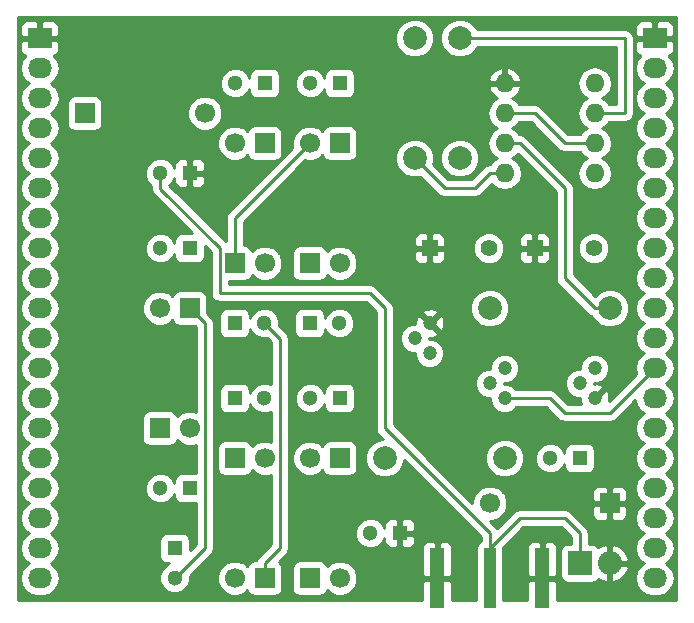
<source format=gbr>
G04 #@! TF.FileFunction,Copper,L2,Bot,Signal*
%FSLAX46Y46*%
G04 Gerber Fmt 4.6, Leading zero omitted, Abs format (unit mm)*
G04 Created by KiCad (PCBNEW 4.0.3+e1-6302~38~ubuntu16.04.1-stable) date Tue Aug 16 23:20:18 2016*
%MOMM*%
%LPD*%
G01*
G04 APERTURE LIST*
%ADD10C,0.100000*%
%ADD11R,1.400000X1.400000*%
%ADD12C,1.400000*%
%ADD13C,1.699260*%
%ADD14R,1.699260X1.699260*%
%ADD15R,2.032000X1.727200*%
%ADD16O,2.032000X1.727200*%
%ADD17C,1.998980*%
%ADD18O,1.600000X1.600000*%
%ADD19R,1.300000X1.300000*%
%ADD20C,1.300000*%
%ADD21C,1.200000*%
%ADD22R,1.270000X5.080000*%
%ADD23R,1.016000X5.080000*%
%ADD24R,2.032000X2.032000*%
%ADD25O,2.032000X2.032000*%
%ADD26C,0.250000*%
%ADD27C,0.254000*%
G04 APERTURE END LIST*
D10*
D11*
X115570000Y-53340000D03*
D12*
X120570000Y-53340000D03*
D11*
X106680000Y-53340000D03*
D12*
X111680000Y-53340000D03*
D13*
X111759480Y-74932540D03*
D14*
X121919480Y-74932540D03*
D13*
X99062540Y-81280520D03*
D14*
X99062540Y-71120520D03*
D13*
X96517460Y-71119480D03*
D14*
X96517460Y-81279480D03*
D13*
X99062540Y-54610520D03*
D14*
X99062540Y-44450520D03*
D13*
X96517460Y-44449480D03*
D14*
X96517460Y-54609480D03*
D13*
X90167460Y-44449480D03*
D14*
X90167460Y-54609480D03*
D13*
X92712540Y-54610520D03*
D14*
X92712540Y-44450520D03*
D13*
X92707460Y-71119480D03*
D14*
X92707460Y-81279480D03*
D13*
X90172540Y-81280520D03*
D14*
X90172540Y-71120520D03*
D13*
X86362540Y-68580520D03*
D14*
X86362540Y-58420520D03*
D13*
X83817460Y-58419480D03*
D14*
X83817460Y-68579480D03*
D13*
X87630520Y-41907460D03*
D14*
X77470520Y-41907460D03*
D15*
X125730000Y-35560000D03*
D16*
X125730000Y-38100000D03*
X125730000Y-40640000D03*
X125730000Y-43180000D03*
X125730000Y-45720000D03*
X125730000Y-48260000D03*
X125730000Y-50800000D03*
X125730000Y-53340000D03*
X125730000Y-55880000D03*
X125730000Y-58420000D03*
X125730000Y-60960000D03*
X125730000Y-63500000D03*
X125730000Y-66040000D03*
X125730000Y-68580000D03*
X125730000Y-71120000D03*
X125730000Y-73660000D03*
X125730000Y-76200000D03*
X125730000Y-78740000D03*
X125730000Y-81280000D03*
D15*
X73660000Y-35560000D03*
D16*
X73660000Y-38100000D03*
X73660000Y-40640000D03*
X73660000Y-43180000D03*
X73660000Y-45720000D03*
X73660000Y-48260000D03*
X73660000Y-50800000D03*
X73660000Y-53340000D03*
X73660000Y-55880000D03*
X73660000Y-58420000D03*
X73660000Y-60960000D03*
X73660000Y-63500000D03*
X73660000Y-66040000D03*
X73660000Y-68580000D03*
X73660000Y-71120000D03*
X73660000Y-73660000D03*
X73660000Y-76200000D03*
X73660000Y-78740000D03*
X73660000Y-81280000D03*
D17*
X105410000Y-35560000D03*
X105410000Y-45720000D03*
X109220000Y-35560000D03*
X109220000Y-45720000D03*
X111760000Y-58420000D03*
X121920000Y-58420000D03*
X113030000Y-71120000D03*
X102870000Y-71120000D03*
D18*
X113030000Y-39370000D03*
X113030000Y-41910000D03*
X113030000Y-44450000D03*
X113030000Y-46990000D03*
X120650000Y-46990000D03*
X120650000Y-44450000D03*
X120650000Y-41910000D03*
X120650000Y-39370000D03*
D19*
X86360000Y-46990000D03*
D20*
X83860000Y-46990000D03*
D19*
X86360000Y-53340000D03*
D20*
X83860000Y-53340000D03*
D19*
X86360000Y-73660000D03*
D20*
X83860000Y-73660000D03*
D19*
X85090000Y-78740000D03*
D20*
X85090000Y-81240000D03*
D19*
X90170000Y-66040000D03*
D20*
X92670000Y-66040000D03*
D19*
X90170000Y-59690000D03*
D20*
X92670000Y-59690000D03*
D19*
X92710000Y-39370000D03*
D20*
X90210000Y-39370000D03*
D19*
X99060000Y-39370000D03*
D20*
X96560000Y-39370000D03*
D19*
X96520000Y-59690000D03*
D20*
X99020000Y-59690000D03*
D19*
X99060000Y-66040000D03*
D20*
X96560000Y-66040000D03*
D19*
X104140000Y-77470000D03*
D20*
X101640000Y-77470000D03*
D19*
X119380000Y-71120000D03*
D20*
X116880000Y-71120000D03*
D21*
X106680000Y-59690000D03*
X105410000Y-60960000D03*
X106680000Y-62230000D03*
X120650000Y-63500000D03*
X119380000Y-64770000D03*
X120650000Y-66040000D03*
X113030000Y-63500000D03*
X111760000Y-64770000D03*
X113030000Y-66040000D03*
D22*
X107315000Y-81280000D03*
X116205000Y-81280000D03*
D23*
X111760000Y-81280000D03*
D24*
X119380000Y-80010000D03*
D25*
X121920000Y-80010000D03*
D26*
X120650000Y-44450000D02*
X118110000Y-44450000D01*
X115570000Y-41910000D02*
X113030000Y-41910000D01*
X118110000Y-44450000D02*
X115570000Y-41910000D01*
X90167460Y-54609480D02*
X90167460Y-50799480D01*
X90167460Y-50799480D02*
X96517460Y-44449480D01*
X92707460Y-81279480D02*
X92707460Y-80012540D01*
X93980000Y-61000000D02*
X92670000Y-59690000D01*
X93980000Y-78740000D02*
X93980000Y-61000000D01*
X92707460Y-80012540D02*
X93980000Y-78740000D01*
X85090000Y-81240000D02*
X85130000Y-81240000D01*
X85130000Y-81240000D02*
X87630000Y-78740000D01*
X87630000Y-59687980D02*
X86362540Y-58420520D01*
X87630000Y-78740000D02*
X87630000Y-59687980D01*
X111760000Y-81280000D02*
X111760000Y-78740000D01*
X111760000Y-77470000D02*
X111760000Y-80010000D01*
X111760000Y-80010000D02*
X111760000Y-78740000D01*
X119380000Y-80010000D02*
X119380000Y-77470000D01*
X119380000Y-77470000D02*
X118110000Y-76200000D01*
X118110000Y-76200000D02*
X114300000Y-76200000D01*
X114300000Y-76200000D02*
X111760000Y-78740000D01*
X83860000Y-46990000D02*
X83860000Y-48300000D01*
X102870000Y-68580000D02*
X111760000Y-77470000D01*
X102870000Y-58420000D02*
X102870000Y-68580000D01*
X101600000Y-57150000D02*
X102870000Y-58420000D01*
X88900000Y-57150000D02*
X101600000Y-57150000D01*
X88900000Y-53340000D02*
X88900000Y-57150000D01*
X83860000Y-48300000D02*
X88900000Y-53340000D01*
X83860000Y-46990000D02*
X83860000Y-47030000D01*
X113030000Y-46990000D02*
X111760000Y-46990000D01*
X107950000Y-48260000D02*
X105410000Y-45720000D01*
X110490000Y-48260000D02*
X107950000Y-48260000D01*
X111760000Y-46990000D02*
X110490000Y-48260000D01*
X113030000Y-66040000D02*
X116840000Y-66040000D01*
X121920000Y-67310000D02*
X125730000Y-63500000D01*
X118110000Y-67310000D02*
X121920000Y-67310000D01*
X116840000Y-66040000D02*
X118110000Y-67310000D01*
X109220000Y-35560000D02*
X123190000Y-35560000D01*
X123190000Y-41910000D02*
X120650000Y-41910000D01*
X123190000Y-35560000D02*
X123190000Y-41910000D01*
X113030000Y-44450000D02*
X114300000Y-44450000D01*
X120650000Y-58420000D02*
X121920000Y-58420000D01*
X118110000Y-55880000D02*
X120650000Y-58420000D01*
X118110000Y-48260000D02*
X118110000Y-55880000D01*
X114300000Y-44450000D02*
X118110000Y-48260000D01*
D27*
G36*
X127560000Y-83110000D02*
X117475000Y-83110000D01*
X117475000Y-81565750D01*
X117316250Y-81407000D01*
X116332000Y-81407000D01*
X116332000Y-81427000D01*
X116078000Y-81427000D01*
X116078000Y-81407000D01*
X115093750Y-81407000D01*
X114935000Y-81565750D01*
X114935000Y-83110000D01*
X112915440Y-83110000D01*
X112915440Y-78740000D01*
X112902670Y-78672132D01*
X112961112Y-78613690D01*
X114935000Y-78613690D01*
X114935000Y-80994250D01*
X115093750Y-81153000D01*
X116078000Y-81153000D01*
X116078000Y-78263750D01*
X116332000Y-78263750D01*
X116332000Y-81153000D01*
X117316250Y-81153000D01*
X117475000Y-80994250D01*
X117475000Y-78613690D01*
X117378327Y-78380301D01*
X117199698Y-78201673D01*
X116966309Y-78105000D01*
X116490750Y-78105000D01*
X116332000Y-78263750D01*
X116078000Y-78263750D01*
X115919250Y-78105000D01*
X115443691Y-78105000D01*
X115210302Y-78201673D01*
X115031673Y-78380301D01*
X114935000Y-78613690D01*
X112961112Y-78613690D01*
X114614802Y-76960000D01*
X117795198Y-76960000D01*
X118620000Y-77784802D01*
X118620000Y-78346560D01*
X118364000Y-78346560D01*
X118128683Y-78390838D01*
X117912559Y-78529910D01*
X117767569Y-78742110D01*
X117716560Y-78994000D01*
X117716560Y-81026000D01*
X117760838Y-81261317D01*
X117899910Y-81477441D01*
X118112110Y-81622431D01*
X118364000Y-81673440D01*
X120396000Y-81673440D01*
X120631317Y-81629162D01*
X120847441Y-81490090D01*
X120947856Y-81343128D01*
X120951621Y-81347188D01*
X121537054Y-81615983D01*
X121793000Y-81497367D01*
X121793000Y-80137000D01*
X122047000Y-80137000D01*
X122047000Y-81497367D01*
X122302946Y-81615983D01*
X122888379Y-81347188D01*
X123326385Y-80874818D01*
X123525975Y-80392944D01*
X123406836Y-80137000D01*
X122047000Y-80137000D01*
X121793000Y-80137000D01*
X121773000Y-80137000D01*
X121773000Y-79883000D01*
X121793000Y-79883000D01*
X121793000Y-78522633D01*
X122047000Y-78522633D01*
X122047000Y-79883000D01*
X123406836Y-79883000D01*
X123525975Y-79627056D01*
X123326385Y-79145182D01*
X122888379Y-78672812D01*
X122302946Y-78404017D01*
X122047000Y-78522633D01*
X121793000Y-78522633D01*
X121537054Y-78404017D01*
X120951621Y-78672812D01*
X120947066Y-78677724D01*
X120860090Y-78542559D01*
X120647890Y-78397569D01*
X120396000Y-78346560D01*
X120140000Y-78346560D01*
X120140000Y-77470000D01*
X120114738Y-77343000D01*
X120082148Y-77179160D01*
X119917401Y-76932599D01*
X118647401Y-75662599D01*
X118400839Y-75497852D01*
X118110000Y-75440000D01*
X114300000Y-75440000D01*
X114057414Y-75488254D01*
X114009160Y-75497852D01*
X113762599Y-75662599D01*
X112375586Y-77049612D01*
X112297401Y-76932599D01*
X111781993Y-76417191D01*
X112053496Y-76417428D01*
X112599357Y-76191882D01*
X113017354Y-75774614D01*
X113243852Y-75229147D01*
X113243861Y-75218290D01*
X120434850Y-75218290D01*
X120434850Y-75908480D01*
X120531523Y-76141869D01*
X120710152Y-76320497D01*
X120943541Y-76417170D01*
X121633730Y-76417170D01*
X121792480Y-76258420D01*
X121792480Y-75059540D01*
X122046480Y-75059540D01*
X122046480Y-76258420D01*
X122205230Y-76417170D01*
X122895419Y-76417170D01*
X123128808Y-76320497D01*
X123307437Y-76141869D01*
X123404110Y-75908480D01*
X123404110Y-75218290D01*
X123245360Y-75059540D01*
X122046480Y-75059540D01*
X121792480Y-75059540D01*
X120593600Y-75059540D01*
X120434850Y-75218290D01*
X113243861Y-75218290D01*
X113244368Y-74638524D01*
X113018822Y-74092663D01*
X112882997Y-73956600D01*
X120434850Y-73956600D01*
X120434850Y-74646790D01*
X120593600Y-74805540D01*
X121792480Y-74805540D01*
X121792480Y-73606660D01*
X122046480Y-73606660D01*
X122046480Y-74805540D01*
X123245360Y-74805540D01*
X123404110Y-74646790D01*
X123404110Y-73956600D01*
X123307437Y-73723211D01*
X123128808Y-73544583D01*
X122895419Y-73447910D01*
X122205230Y-73447910D01*
X122046480Y-73606660D01*
X121792480Y-73606660D01*
X121633730Y-73447910D01*
X120943541Y-73447910D01*
X120710152Y-73544583D01*
X120531523Y-73723211D01*
X120434850Y-73956600D01*
X112882997Y-73956600D01*
X112601554Y-73674666D01*
X112056087Y-73448168D01*
X111465464Y-73447652D01*
X110919603Y-73673198D01*
X110501606Y-74090466D01*
X110275108Y-74635933D01*
X110274869Y-74910067D01*
X106808496Y-71443694D01*
X111395226Y-71443694D01*
X111643538Y-72044655D01*
X112102927Y-72504846D01*
X112703453Y-72754206D01*
X113353694Y-72754774D01*
X113954655Y-72506462D01*
X114414846Y-72047073D01*
X114664206Y-71446547D01*
X114664268Y-71374481D01*
X115594777Y-71374481D01*
X115789995Y-71846943D01*
X116151155Y-72208735D01*
X116623276Y-72404777D01*
X117134481Y-72405223D01*
X117606943Y-72210005D01*
X117968735Y-71848845D01*
X118082560Y-71574724D01*
X118082560Y-71770000D01*
X118126838Y-72005317D01*
X118265910Y-72221441D01*
X118478110Y-72366431D01*
X118730000Y-72417440D01*
X120030000Y-72417440D01*
X120265317Y-72373162D01*
X120481441Y-72234090D01*
X120626431Y-72021890D01*
X120677440Y-71770000D01*
X120677440Y-70470000D01*
X120633162Y-70234683D01*
X120494090Y-70018559D01*
X120281890Y-69873569D01*
X120030000Y-69822560D01*
X118730000Y-69822560D01*
X118494683Y-69866838D01*
X118278559Y-70005910D01*
X118133569Y-70218110D01*
X118082560Y-70470000D01*
X118082560Y-70665460D01*
X117970005Y-70393057D01*
X117608845Y-70031265D01*
X117136724Y-69835223D01*
X116625519Y-69834777D01*
X116153057Y-70029995D01*
X115791265Y-70391155D01*
X115595223Y-70863276D01*
X115594777Y-71374481D01*
X114664268Y-71374481D01*
X114664774Y-70796306D01*
X114416462Y-70195345D01*
X113957073Y-69735154D01*
X113356547Y-69485794D01*
X112706306Y-69485226D01*
X112105345Y-69733538D01*
X111645154Y-70192927D01*
X111395794Y-70793453D01*
X111395226Y-71443694D01*
X106808496Y-71443694D01*
X103630000Y-68265198D01*
X103630000Y-65014579D01*
X110524786Y-65014579D01*
X110712408Y-65468657D01*
X111059515Y-65816371D01*
X111513266Y-66004785D01*
X111795030Y-66005031D01*
X111794786Y-66284579D01*
X111982408Y-66738657D01*
X112329515Y-67086371D01*
X112783266Y-67274785D01*
X113274579Y-67275214D01*
X113728657Y-67087592D01*
X114016752Y-66800000D01*
X116525198Y-66800000D01*
X117572599Y-67847401D01*
X117819160Y-68012148D01*
X118110000Y-68070000D01*
X121920000Y-68070000D01*
X122210839Y-68012148D01*
X122457401Y-67847401D01*
X124082848Y-66221954D01*
X124160729Y-66613489D01*
X124485585Y-67099670D01*
X124800366Y-67310000D01*
X124485585Y-67520330D01*
X124160729Y-68006511D01*
X124046655Y-68580000D01*
X124160729Y-69153489D01*
X124485585Y-69639670D01*
X124800366Y-69850000D01*
X124485585Y-70060330D01*
X124160729Y-70546511D01*
X124046655Y-71120000D01*
X124160729Y-71693489D01*
X124485585Y-72179670D01*
X124800366Y-72390000D01*
X124485585Y-72600330D01*
X124160729Y-73086511D01*
X124046655Y-73660000D01*
X124160729Y-74233489D01*
X124485585Y-74719670D01*
X124800366Y-74930000D01*
X124485585Y-75140330D01*
X124160729Y-75626511D01*
X124046655Y-76200000D01*
X124160729Y-76773489D01*
X124485585Y-77259670D01*
X124800366Y-77470000D01*
X124485585Y-77680330D01*
X124160729Y-78166511D01*
X124046655Y-78740000D01*
X124160729Y-79313489D01*
X124485585Y-79799670D01*
X124800366Y-80010000D01*
X124485585Y-80220330D01*
X124160729Y-80706511D01*
X124046655Y-81280000D01*
X124160729Y-81853489D01*
X124485585Y-82339670D01*
X124971766Y-82664526D01*
X125545255Y-82778600D01*
X125914745Y-82778600D01*
X126488234Y-82664526D01*
X126974415Y-82339670D01*
X127299271Y-81853489D01*
X127413345Y-81280000D01*
X127299271Y-80706511D01*
X126974415Y-80220330D01*
X126659634Y-80010000D01*
X126974415Y-79799670D01*
X127299271Y-79313489D01*
X127413345Y-78740000D01*
X127299271Y-78166511D01*
X126974415Y-77680330D01*
X126659634Y-77470000D01*
X126974415Y-77259670D01*
X127299271Y-76773489D01*
X127413345Y-76200000D01*
X127299271Y-75626511D01*
X126974415Y-75140330D01*
X126659634Y-74930000D01*
X126974415Y-74719670D01*
X127299271Y-74233489D01*
X127413345Y-73660000D01*
X127299271Y-73086511D01*
X126974415Y-72600330D01*
X126659634Y-72390000D01*
X126974415Y-72179670D01*
X127299271Y-71693489D01*
X127413345Y-71120000D01*
X127299271Y-70546511D01*
X126974415Y-70060330D01*
X126659634Y-69850000D01*
X126974415Y-69639670D01*
X127299271Y-69153489D01*
X127413345Y-68580000D01*
X127299271Y-68006511D01*
X126974415Y-67520330D01*
X126659634Y-67310000D01*
X126974415Y-67099670D01*
X127299271Y-66613489D01*
X127413345Y-66040000D01*
X127299271Y-65466511D01*
X126974415Y-64980330D01*
X126659634Y-64770000D01*
X126974415Y-64559670D01*
X127299271Y-64073489D01*
X127413345Y-63500000D01*
X127299271Y-62926511D01*
X126974415Y-62440330D01*
X126659634Y-62230000D01*
X126974415Y-62019670D01*
X127299271Y-61533489D01*
X127413345Y-60960000D01*
X127299271Y-60386511D01*
X126974415Y-59900330D01*
X126659634Y-59690000D01*
X126974415Y-59479670D01*
X127299271Y-58993489D01*
X127413345Y-58420000D01*
X127299271Y-57846511D01*
X126974415Y-57360330D01*
X126659634Y-57150000D01*
X126974415Y-56939670D01*
X127299271Y-56453489D01*
X127413345Y-55880000D01*
X127299271Y-55306511D01*
X126974415Y-54820330D01*
X126659634Y-54610000D01*
X126974415Y-54399670D01*
X127299271Y-53913489D01*
X127413345Y-53340000D01*
X127299271Y-52766511D01*
X126974415Y-52280330D01*
X126659634Y-52070000D01*
X126974415Y-51859670D01*
X127299271Y-51373489D01*
X127413345Y-50800000D01*
X127299271Y-50226511D01*
X126974415Y-49740330D01*
X126659634Y-49530000D01*
X126974415Y-49319670D01*
X127299271Y-48833489D01*
X127413345Y-48260000D01*
X127299271Y-47686511D01*
X126974415Y-47200330D01*
X126659634Y-46990000D01*
X126974415Y-46779670D01*
X127299271Y-46293489D01*
X127413345Y-45720000D01*
X127299271Y-45146511D01*
X126974415Y-44660330D01*
X126659634Y-44450000D01*
X126974415Y-44239670D01*
X127299271Y-43753489D01*
X127413345Y-43180000D01*
X127299271Y-42606511D01*
X126974415Y-42120330D01*
X126659634Y-41910000D01*
X126974415Y-41699670D01*
X127299271Y-41213489D01*
X127413345Y-40640000D01*
X127299271Y-40066511D01*
X126974415Y-39580330D01*
X126659634Y-39370000D01*
X126974415Y-39159670D01*
X127299271Y-38673489D01*
X127413345Y-38100000D01*
X127299271Y-37526511D01*
X126974415Y-37040330D01*
X126952220Y-37025500D01*
X127105699Y-36961927D01*
X127284327Y-36783298D01*
X127381000Y-36549909D01*
X127381000Y-35845750D01*
X127222250Y-35687000D01*
X125857000Y-35687000D01*
X125857000Y-35707000D01*
X125603000Y-35707000D01*
X125603000Y-35687000D01*
X124237750Y-35687000D01*
X124079000Y-35845750D01*
X124079000Y-36549909D01*
X124175673Y-36783298D01*
X124354301Y-36961927D01*
X124507780Y-37025500D01*
X124485585Y-37040330D01*
X124160729Y-37526511D01*
X124046655Y-38100000D01*
X124160729Y-38673489D01*
X124485585Y-39159670D01*
X124800366Y-39370000D01*
X124485585Y-39580330D01*
X124160729Y-40066511D01*
X124046655Y-40640000D01*
X124160729Y-41213489D01*
X124485585Y-41699670D01*
X124800366Y-41910000D01*
X124485585Y-42120330D01*
X124160729Y-42606511D01*
X124046655Y-43180000D01*
X124160729Y-43753489D01*
X124485585Y-44239670D01*
X124800366Y-44450000D01*
X124485585Y-44660330D01*
X124160729Y-45146511D01*
X124046655Y-45720000D01*
X124160729Y-46293489D01*
X124485585Y-46779670D01*
X124800366Y-46990000D01*
X124485585Y-47200330D01*
X124160729Y-47686511D01*
X124046655Y-48260000D01*
X124160729Y-48833489D01*
X124485585Y-49319670D01*
X124800366Y-49530000D01*
X124485585Y-49740330D01*
X124160729Y-50226511D01*
X124046655Y-50800000D01*
X124160729Y-51373489D01*
X124485585Y-51859670D01*
X124800366Y-52070000D01*
X124485585Y-52280330D01*
X124160729Y-52766511D01*
X124046655Y-53340000D01*
X124160729Y-53913489D01*
X124485585Y-54399670D01*
X124800366Y-54610000D01*
X124485585Y-54820330D01*
X124160729Y-55306511D01*
X124046655Y-55880000D01*
X124160729Y-56453489D01*
X124485585Y-56939670D01*
X124800366Y-57150000D01*
X124485585Y-57360330D01*
X124160729Y-57846511D01*
X124046655Y-58420000D01*
X124160729Y-58993489D01*
X124485585Y-59479670D01*
X124800366Y-59690000D01*
X124485585Y-59900330D01*
X124160729Y-60386511D01*
X124046655Y-60960000D01*
X124160729Y-61533489D01*
X124485585Y-62019670D01*
X124800366Y-62230000D01*
X124485585Y-62440330D01*
X124160729Y-62926511D01*
X124046655Y-63500000D01*
X124147619Y-64007579D01*
X121872460Y-66282738D01*
X121897807Y-66208964D01*
X121867482Y-65718587D01*
X121738164Y-65406383D01*
X121512735Y-65356870D01*
X120829605Y-66040000D01*
X120843748Y-66054143D01*
X120664143Y-66233748D01*
X120650000Y-66219605D01*
X120635858Y-66233748D01*
X120456253Y-66054143D01*
X120470395Y-66040000D01*
X120456253Y-66025858D01*
X120635858Y-65846253D01*
X120650000Y-65860395D01*
X121333130Y-65177265D01*
X121283617Y-64951836D01*
X120818964Y-64792193D01*
X120614970Y-64804808D01*
X120615031Y-64734970D01*
X120894579Y-64735214D01*
X121348657Y-64547592D01*
X121696371Y-64200485D01*
X121884785Y-63746734D01*
X121885214Y-63255421D01*
X121697592Y-62801343D01*
X121350485Y-62453629D01*
X120896734Y-62265215D01*
X120405421Y-62264786D01*
X119951343Y-62452408D01*
X119603629Y-62799515D01*
X119415215Y-63253266D01*
X119414969Y-63535030D01*
X119135421Y-63534786D01*
X118681343Y-63722408D01*
X118333629Y-64069515D01*
X118145215Y-64523266D01*
X118144786Y-65014579D01*
X118332408Y-65468657D01*
X118679515Y-65816371D01*
X119133266Y-66004785D01*
X119410479Y-66005027D01*
X119432518Y-66361413D01*
X119510633Y-66550000D01*
X118424802Y-66550000D01*
X117377401Y-65502599D01*
X117130839Y-65337852D01*
X116840000Y-65280000D01*
X114016356Y-65280000D01*
X113730485Y-64993629D01*
X113276734Y-64805215D01*
X112994970Y-64804969D01*
X112995031Y-64734970D01*
X113274579Y-64735214D01*
X113728657Y-64547592D01*
X114076371Y-64200485D01*
X114264785Y-63746734D01*
X114265214Y-63255421D01*
X114077592Y-62801343D01*
X113730485Y-62453629D01*
X113276734Y-62265215D01*
X112785421Y-62264786D01*
X112331343Y-62452408D01*
X111983629Y-62799515D01*
X111795215Y-63253266D01*
X111794969Y-63535030D01*
X111515421Y-63534786D01*
X111061343Y-63722408D01*
X110713629Y-64069515D01*
X110525215Y-64523266D01*
X110524786Y-65014579D01*
X103630000Y-65014579D01*
X103630000Y-61204579D01*
X104174786Y-61204579D01*
X104362408Y-61658657D01*
X104709515Y-62006371D01*
X105163266Y-62194785D01*
X105445030Y-62195031D01*
X105444786Y-62474579D01*
X105632408Y-62928657D01*
X105979515Y-63276371D01*
X106433266Y-63464785D01*
X106924579Y-63465214D01*
X107378657Y-63277592D01*
X107726371Y-62930485D01*
X107914785Y-62476734D01*
X107915214Y-61985421D01*
X107727592Y-61531343D01*
X107380485Y-61183629D01*
X106926734Y-60995215D01*
X106644970Y-60994969D01*
X106645027Y-60929521D01*
X107001413Y-60907482D01*
X107313617Y-60778164D01*
X107363130Y-60552735D01*
X106680000Y-59869605D01*
X106665858Y-59883748D01*
X106486253Y-59704143D01*
X106500395Y-59690000D01*
X106859605Y-59690000D01*
X107542735Y-60373130D01*
X107768164Y-60323617D01*
X107927807Y-59858964D01*
X107897482Y-59368587D01*
X107768164Y-59056383D01*
X107542735Y-59006870D01*
X106859605Y-59690000D01*
X106500395Y-59690000D01*
X105817265Y-59006870D01*
X105591836Y-59056383D01*
X105432193Y-59521036D01*
X105444808Y-59725030D01*
X105165421Y-59724786D01*
X104711343Y-59912408D01*
X104363629Y-60259515D01*
X104175215Y-60713266D01*
X104174786Y-61204579D01*
X103630000Y-61204579D01*
X103630000Y-58827265D01*
X105996870Y-58827265D01*
X106680000Y-59510395D01*
X107363130Y-58827265D01*
X107344775Y-58743694D01*
X110125226Y-58743694D01*
X110373538Y-59344655D01*
X110832927Y-59804846D01*
X111433453Y-60054206D01*
X112083694Y-60054774D01*
X112684655Y-59806462D01*
X113144846Y-59347073D01*
X113394206Y-58746547D01*
X113394774Y-58096306D01*
X113146462Y-57495345D01*
X112687073Y-57035154D01*
X112086547Y-56785794D01*
X111436306Y-56785226D01*
X110835345Y-57033538D01*
X110375154Y-57492927D01*
X110125794Y-58093453D01*
X110125226Y-58743694D01*
X107344775Y-58743694D01*
X107313617Y-58601836D01*
X106848964Y-58442193D01*
X106358587Y-58472518D01*
X106046383Y-58601836D01*
X105996870Y-58827265D01*
X103630000Y-58827265D01*
X103630000Y-58420000D01*
X103624542Y-58392560D01*
X103572148Y-58129160D01*
X103407401Y-57882599D01*
X102137401Y-56612599D01*
X101890839Y-56447852D01*
X101600000Y-56390000D01*
X89660000Y-56390000D01*
X89660000Y-56106550D01*
X91017090Y-56106550D01*
X91252407Y-56062272D01*
X91468531Y-55923200D01*
X91613521Y-55711000D01*
X91630356Y-55627865D01*
X91870466Y-55868394D01*
X92415933Y-56094892D01*
X93006556Y-56095408D01*
X93552417Y-55869862D01*
X93970414Y-55452594D01*
X94196912Y-54907127D01*
X94197428Y-54316504D01*
X93971882Y-53770643D01*
X93961108Y-53759850D01*
X95020390Y-53759850D01*
X95020390Y-55459110D01*
X95064668Y-55694427D01*
X95203740Y-55910551D01*
X95415940Y-56055541D01*
X95667830Y-56106550D01*
X97367090Y-56106550D01*
X97602407Y-56062272D01*
X97818531Y-55923200D01*
X97963521Y-55711000D01*
X97980356Y-55627865D01*
X98220466Y-55868394D01*
X98765933Y-56094892D01*
X99356556Y-56095408D01*
X99902417Y-55869862D01*
X100320414Y-55452594D01*
X100546912Y-54907127D01*
X100547428Y-54316504D01*
X100321882Y-53770643D01*
X100177242Y-53625750D01*
X105345000Y-53625750D01*
X105345000Y-54166310D01*
X105441673Y-54399699D01*
X105620302Y-54578327D01*
X105853691Y-54675000D01*
X106394250Y-54675000D01*
X106553000Y-54516250D01*
X106553000Y-53467000D01*
X106807000Y-53467000D01*
X106807000Y-54516250D01*
X106965750Y-54675000D01*
X107506309Y-54675000D01*
X107739698Y-54578327D01*
X107918327Y-54399699D01*
X108015000Y-54166310D01*
X108015000Y-53625750D01*
X107993633Y-53604383D01*
X110344769Y-53604383D01*
X110547582Y-54095229D01*
X110922796Y-54471098D01*
X111413287Y-54674768D01*
X111944383Y-54675231D01*
X112435229Y-54472418D01*
X112811098Y-54097204D01*
X113006863Y-53625750D01*
X114235000Y-53625750D01*
X114235000Y-54166310D01*
X114331673Y-54399699D01*
X114510302Y-54578327D01*
X114743691Y-54675000D01*
X115284250Y-54675000D01*
X115443000Y-54516250D01*
X115443000Y-53467000D01*
X115697000Y-53467000D01*
X115697000Y-54516250D01*
X115855750Y-54675000D01*
X116396309Y-54675000D01*
X116629698Y-54578327D01*
X116808327Y-54399699D01*
X116905000Y-54166310D01*
X116905000Y-53625750D01*
X116746250Y-53467000D01*
X115697000Y-53467000D01*
X115443000Y-53467000D01*
X114393750Y-53467000D01*
X114235000Y-53625750D01*
X113006863Y-53625750D01*
X113014768Y-53606713D01*
X113015231Y-53075617D01*
X112812418Y-52584771D01*
X112741461Y-52513690D01*
X114235000Y-52513690D01*
X114235000Y-53054250D01*
X114393750Y-53213000D01*
X115443000Y-53213000D01*
X115443000Y-52163750D01*
X115697000Y-52163750D01*
X115697000Y-53213000D01*
X116746250Y-53213000D01*
X116905000Y-53054250D01*
X116905000Y-52513690D01*
X116808327Y-52280301D01*
X116629698Y-52101673D01*
X116396309Y-52005000D01*
X115855750Y-52005000D01*
X115697000Y-52163750D01*
X115443000Y-52163750D01*
X115284250Y-52005000D01*
X114743691Y-52005000D01*
X114510302Y-52101673D01*
X114331673Y-52280301D01*
X114235000Y-52513690D01*
X112741461Y-52513690D01*
X112437204Y-52208902D01*
X111946713Y-52005232D01*
X111415617Y-52004769D01*
X110924771Y-52207582D01*
X110548902Y-52582796D01*
X110345232Y-53073287D01*
X110344769Y-53604383D01*
X107993633Y-53604383D01*
X107856250Y-53467000D01*
X106807000Y-53467000D01*
X106553000Y-53467000D01*
X105503750Y-53467000D01*
X105345000Y-53625750D01*
X100177242Y-53625750D01*
X99904614Y-53352646D01*
X99359147Y-53126148D01*
X98768524Y-53125632D01*
X98222663Y-53351178D01*
X97982705Y-53590717D01*
X97970252Y-53524533D01*
X97831180Y-53308409D01*
X97618980Y-53163419D01*
X97367090Y-53112410D01*
X95667830Y-53112410D01*
X95432513Y-53156688D01*
X95216389Y-53295760D01*
X95071399Y-53507960D01*
X95020390Y-53759850D01*
X93961108Y-53759850D01*
X93554614Y-53352646D01*
X93009147Y-53126148D01*
X92418524Y-53125632D01*
X91872663Y-53351178D01*
X91632705Y-53590717D01*
X91620252Y-53524533D01*
X91481180Y-53308409D01*
X91268980Y-53163419D01*
X91017090Y-53112410D01*
X90927460Y-53112410D01*
X90927460Y-52513690D01*
X105345000Y-52513690D01*
X105345000Y-53054250D01*
X105503750Y-53213000D01*
X106553000Y-53213000D01*
X106553000Y-52163750D01*
X106807000Y-52163750D01*
X106807000Y-53213000D01*
X107856250Y-53213000D01*
X108015000Y-53054250D01*
X108015000Y-52513690D01*
X107918327Y-52280301D01*
X107739698Y-52101673D01*
X107506309Y-52005000D01*
X106965750Y-52005000D01*
X106807000Y-52163750D01*
X106553000Y-52163750D01*
X106394250Y-52005000D01*
X105853691Y-52005000D01*
X105620302Y-52101673D01*
X105441673Y-52280301D01*
X105345000Y-52513690D01*
X90927460Y-52513690D01*
X90927460Y-51114282D01*
X95998048Y-46043694D01*
X103775226Y-46043694D01*
X104023538Y-46644655D01*
X104482927Y-47104846D01*
X105083453Y-47354206D01*
X105733694Y-47354774D01*
X105900889Y-47285691D01*
X107412599Y-48797401D01*
X107659160Y-48962148D01*
X107707414Y-48971746D01*
X107950000Y-49020000D01*
X110490000Y-49020000D01*
X110780839Y-48962148D01*
X111027401Y-48797401D01*
X111920264Y-47904538D01*
X111987189Y-48004698D01*
X112452736Y-48315767D01*
X113001887Y-48425000D01*
X113058113Y-48425000D01*
X113607264Y-48315767D01*
X114072811Y-48004698D01*
X114383880Y-47539151D01*
X114493113Y-46990000D01*
X114383880Y-46440849D01*
X114072811Y-45975302D01*
X113690725Y-45720000D01*
X114072811Y-45464698D01*
X114139736Y-45364538D01*
X117350000Y-48574802D01*
X117350000Y-55880000D01*
X117407852Y-56170839D01*
X117572599Y-56417401D01*
X120112599Y-58957401D01*
X120359160Y-59122148D01*
X120407414Y-59131746D01*
X120448982Y-59140015D01*
X120533538Y-59344655D01*
X120992927Y-59804846D01*
X121593453Y-60054206D01*
X122243694Y-60054774D01*
X122844655Y-59806462D01*
X123304846Y-59347073D01*
X123554206Y-58746547D01*
X123554774Y-58096306D01*
X123306462Y-57495345D01*
X122847073Y-57035154D01*
X122246547Y-56785794D01*
X121596306Y-56785226D01*
X120995345Y-57033538D01*
X120666556Y-57361754D01*
X118870000Y-55565198D01*
X118870000Y-53604383D01*
X119234769Y-53604383D01*
X119437582Y-54095229D01*
X119812796Y-54471098D01*
X120303287Y-54674768D01*
X120834383Y-54675231D01*
X121325229Y-54472418D01*
X121701098Y-54097204D01*
X121904768Y-53606713D01*
X121905231Y-53075617D01*
X121702418Y-52584771D01*
X121327204Y-52208902D01*
X120836713Y-52005232D01*
X120305617Y-52004769D01*
X119814771Y-52207582D01*
X119438902Y-52582796D01*
X119235232Y-53073287D01*
X119234769Y-53604383D01*
X118870000Y-53604383D01*
X118870000Y-48260000D01*
X118812148Y-47969161D01*
X118647401Y-47722599D01*
X114837401Y-43912599D01*
X114590839Y-43747852D01*
X114300000Y-43690000D01*
X114242995Y-43690000D01*
X114072811Y-43435302D01*
X113690725Y-43180000D01*
X114072811Y-42924698D01*
X114242995Y-42670000D01*
X115255198Y-42670000D01*
X117572599Y-44987401D01*
X117819160Y-45152148D01*
X117867414Y-45161746D01*
X118110000Y-45210000D01*
X119437005Y-45210000D01*
X119607189Y-45464698D01*
X119989275Y-45720000D01*
X119607189Y-45975302D01*
X119296120Y-46440849D01*
X119186887Y-46990000D01*
X119296120Y-47539151D01*
X119607189Y-48004698D01*
X120072736Y-48315767D01*
X120621887Y-48425000D01*
X120678113Y-48425000D01*
X121227264Y-48315767D01*
X121692811Y-48004698D01*
X122003880Y-47539151D01*
X122113113Y-46990000D01*
X122003880Y-46440849D01*
X121692811Y-45975302D01*
X121310725Y-45720000D01*
X121692811Y-45464698D01*
X122003880Y-44999151D01*
X122113113Y-44450000D01*
X122003880Y-43900849D01*
X121692811Y-43435302D01*
X121310725Y-43180000D01*
X121692811Y-42924698D01*
X121862995Y-42670000D01*
X123190000Y-42670000D01*
X123480839Y-42612148D01*
X123727401Y-42447401D01*
X123892148Y-42200839D01*
X123950000Y-41910000D01*
X123950000Y-35560000D01*
X123892148Y-35269161D01*
X123727401Y-35022599D01*
X123480839Y-34857852D01*
X123190000Y-34800000D01*
X110674496Y-34800000D01*
X110606462Y-34635345D01*
X110541322Y-34570091D01*
X124079000Y-34570091D01*
X124079000Y-35274250D01*
X124237750Y-35433000D01*
X125603000Y-35433000D01*
X125603000Y-34220150D01*
X125857000Y-34220150D01*
X125857000Y-35433000D01*
X127222250Y-35433000D01*
X127381000Y-35274250D01*
X127381000Y-34570091D01*
X127284327Y-34336702D01*
X127105699Y-34158073D01*
X126872310Y-34061400D01*
X126015750Y-34061400D01*
X125857000Y-34220150D01*
X125603000Y-34220150D01*
X125444250Y-34061400D01*
X124587690Y-34061400D01*
X124354301Y-34158073D01*
X124175673Y-34336702D01*
X124079000Y-34570091D01*
X110541322Y-34570091D01*
X110147073Y-34175154D01*
X109546547Y-33925794D01*
X108896306Y-33925226D01*
X108295345Y-34173538D01*
X107835154Y-34632927D01*
X107585794Y-35233453D01*
X107585226Y-35883694D01*
X107833538Y-36484655D01*
X108292927Y-36944846D01*
X108893453Y-37194206D01*
X109543694Y-37194774D01*
X110144655Y-36946462D01*
X110604846Y-36487073D01*
X110674221Y-36320000D01*
X122430000Y-36320000D01*
X122430000Y-41150000D01*
X121862995Y-41150000D01*
X121692811Y-40895302D01*
X121310725Y-40640000D01*
X121692811Y-40384698D01*
X122003880Y-39919151D01*
X122113113Y-39370000D01*
X122003880Y-38820849D01*
X121692811Y-38355302D01*
X121227264Y-38044233D01*
X120678113Y-37935000D01*
X120621887Y-37935000D01*
X120072736Y-38044233D01*
X119607189Y-38355302D01*
X119296120Y-38820849D01*
X119186887Y-39370000D01*
X119296120Y-39919151D01*
X119607189Y-40384698D01*
X119989275Y-40640000D01*
X119607189Y-40895302D01*
X119296120Y-41360849D01*
X119186887Y-41910000D01*
X119296120Y-42459151D01*
X119607189Y-42924698D01*
X119989275Y-43180000D01*
X119607189Y-43435302D01*
X119437005Y-43690000D01*
X118424802Y-43690000D01*
X116107401Y-41372599D01*
X115860839Y-41207852D01*
X115570000Y-41150000D01*
X114242995Y-41150000D01*
X114072811Y-40895302D01*
X113668297Y-40625014D01*
X113885134Y-40522389D01*
X114261041Y-40107423D01*
X114421904Y-39719039D01*
X114299915Y-39497000D01*
X113157000Y-39497000D01*
X113157000Y-39517000D01*
X112903000Y-39517000D01*
X112903000Y-39497000D01*
X111760085Y-39497000D01*
X111638096Y-39719039D01*
X111798959Y-40107423D01*
X112174866Y-40522389D01*
X112391703Y-40625014D01*
X111987189Y-40895302D01*
X111676120Y-41360849D01*
X111566887Y-41910000D01*
X111676120Y-42459151D01*
X111987189Y-42924698D01*
X112369275Y-43180000D01*
X111987189Y-43435302D01*
X111676120Y-43900849D01*
X111566887Y-44450000D01*
X111676120Y-44999151D01*
X111987189Y-45464698D01*
X112369275Y-45720000D01*
X111987189Y-45975302D01*
X111817005Y-46230000D01*
X111760000Y-46230000D01*
X111469160Y-46287852D01*
X111222599Y-46452599D01*
X110175198Y-47500000D01*
X108264802Y-47500000D01*
X106975885Y-46211083D01*
X107044206Y-46046547D01*
X107044208Y-46043694D01*
X107585226Y-46043694D01*
X107833538Y-46644655D01*
X108292927Y-47104846D01*
X108893453Y-47354206D01*
X109543694Y-47354774D01*
X110144655Y-47106462D01*
X110604846Y-46647073D01*
X110854206Y-46046547D01*
X110854774Y-45396306D01*
X110606462Y-44795345D01*
X110147073Y-44335154D01*
X109546547Y-44085794D01*
X108896306Y-44085226D01*
X108295345Y-44333538D01*
X107835154Y-44792927D01*
X107585794Y-45393453D01*
X107585226Y-46043694D01*
X107044208Y-46043694D01*
X107044774Y-45396306D01*
X106796462Y-44795345D01*
X106337073Y-44335154D01*
X105736547Y-44085794D01*
X105086306Y-44085226D01*
X104485345Y-44333538D01*
X104025154Y-44792927D01*
X103775794Y-45393453D01*
X103775226Y-46043694D01*
X95998048Y-46043694D01*
X96141034Y-45900708D01*
X96220853Y-45933852D01*
X96811476Y-45934368D01*
X97357337Y-45708822D01*
X97597295Y-45469283D01*
X97609748Y-45535467D01*
X97748820Y-45751591D01*
X97961020Y-45896581D01*
X98212910Y-45947590D01*
X99912170Y-45947590D01*
X100147487Y-45903312D01*
X100363611Y-45764240D01*
X100508601Y-45552040D01*
X100559610Y-45300150D01*
X100559610Y-43600890D01*
X100515332Y-43365573D01*
X100376260Y-43149449D01*
X100164060Y-43004459D01*
X99912170Y-42953450D01*
X98212910Y-42953450D01*
X97977593Y-42997728D01*
X97761469Y-43136800D01*
X97616479Y-43349000D01*
X97599644Y-43432135D01*
X97359534Y-43191606D01*
X96814067Y-42965108D01*
X96223444Y-42964592D01*
X95677583Y-43190138D01*
X95259586Y-43607406D01*
X95033088Y-44152873D01*
X95032572Y-44743496D01*
X95066509Y-44825629D01*
X89630059Y-50262079D01*
X89465312Y-50508641D01*
X89407460Y-50799480D01*
X89407460Y-52772658D01*
X84650931Y-48016129D01*
X84948735Y-47718845D01*
X85075000Y-47414765D01*
X85075000Y-47766310D01*
X85171673Y-47999699D01*
X85350302Y-48178327D01*
X85583691Y-48275000D01*
X86074250Y-48275000D01*
X86233000Y-48116250D01*
X86233000Y-47117000D01*
X86487000Y-47117000D01*
X86487000Y-48116250D01*
X86645750Y-48275000D01*
X87136309Y-48275000D01*
X87369698Y-48178327D01*
X87548327Y-47999699D01*
X87645000Y-47766310D01*
X87645000Y-47275750D01*
X87486250Y-47117000D01*
X86487000Y-47117000D01*
X86233000Y-47117000D01*
X86213000Y-47117000D01*
X86213000Y-46863000D01*
X86233000Y-46863000D01*
X86233000Y-45863750D01*
X86487000Y-45863750D01*
X86487000Y-46863000D01*
X87486250Y-46863000D01*
X87645000Y-46704250D01*
X87645000Y-46213690D01*
X87548327Y-45980301D01*
X87369698Y-45801673D01*
X87136309Y-45705000D01*
X86645750Y-45705000D01*
X86487000Y-45863750D01*
X86233000Y-45863750D01*
X86074250Y-45705000D01*
X85583691Y-45705000D01*
X85350302Y-45801673D01*
X85171673Y-45980301D01*
X85075000Y-46213690D01*
X85075000Y-46565567D01*
X84950005Y-46263057D01*
X84588845Y-45901265D01*
X84116724Y-45705223D01*
X83605519Y-45704777D01*
X83133057Y-45899995D01*
X82771265Y-46261155D01*
X82575223Y-46733276D01*
X82574777Y-47244481D01*
X82769995Y-47716943D01*
X83100000Y-48047525D01*
X83100000Y-48300000D01*
X83157852Y-48590839D01*
X83322599Y-48837401D01*
X86527758Y-52042560D01*
X85710000Y-52042560D01*
X85474683Y-52086838D01*
X85258559Y-52225910D01*
X85113569Y-52438110D01*
X85062560Y-52690000D01*
X85062560Y-52885460D01*
X84950005Y-52613057D01*
X84588845Y-52251265D01*
X84116724Y-52055223D01*
X83605519Y-52054777D01*
X83133057Y-52249995D01*
X82771265Y-52611155D01*
X82575223Y-53083276D01*
X82574777Y-53594481D01*
X82769995Y-54066943D01*
X83131155Y-54428735D01*
X83603276Y-54624777D01*
X84114481Y-54625223D01*
X84586943Y-54430005D01*
X84948735Y-54068845D01*
X85062560Y-53794724D01*
X85062560Y-53990000D01*
X85106838Y-54225317D01*
X85245910Y-54441441D01*
X85458110Y-54586431D01*
X85710000Y-54637440D01*
X87010000Y-54637440D01*
X87245317Y-54593162D01*
X87461441Y-54454090D01*
X87606431Y-54241890D01*
X87657440Y-53990000D01*
X87657440Y-53172242D01*
X88140000Y-53654802D01*
X88140000Y-57150000D01*
X88197852Y-57440839D01*
X88362599Y-57687401D01*
X88609161Y-57852148D01*
X88900000Y-57910000D01*
X101285198Y-57910000D01*
X102110000Y-58734802D01*
X102110000Y-68580000D01*
X102167852Y-68870839D01*
X102332599Y-69117401D01*
X102700559Y-69485361D01*
X102546306Y-69485226D01*
X101945345Y-69733538D01*
X101485154Y-70192927D01*
X101235794Y-70793453D01*
X101235226Y-71443694D01*
X101483538Y-72044655D01*
X101942927Y-72504846D01*
X102543453Y-72754206D01*
X103193694Y-72754774D01*
X103794655Y-72506462D01*
X104254846Y-72047073D01*
X104504206Y-71446547D01*
X104504343Y-71289145D01*
X111000000Y-77784802D01*
X111000000Y-78147573D01*
X110800559Y-78275910D01*
X110655569Y-78488110D01*
X110604560Y-78740000D01*
X110604560Y-83110000D01*
X108585000Y-83110000D01*
X108585000Y-81565750D01*
X108426250Y-81407000D01*
X107442000Y-81407000D01*
X107442000Y-81427000D01*
X107188000Y-81427000D01*
X107188000Y-81407000D01*
X106203750Y-81407000D01*
X106045000Y-81565750D01*
X106045000Y-83110000D01*
X71830000Y-83110000D01*
X71830000Y-38100000D01*
X71976655Y-38100000D01*
X72090729Y-38673489D01*
X72415585Y-39159670D01*
X72730366Y-39370000D01*
X72415585Y-39580330D01*
X72090729Y-40066511D01*
X71976655Y-40640000D01*
X72090729Y-41213489D01*
X72415585Y-41699670D01*
X72730366Y-41910000D01*
X72415585Y-42120330D01*
X72090729Y-42606511D01*
X71976655Y-43180000D01*
X72090729Y-43753489D01*
X72415585Y-44239670D01*
X72730366Y-44450000D01*
X72415585Y-44660330D01*
X72090729Y-45146511D01*
X71976655Y-45720000D01*
X72090729Y-46293489D01*
X72415585Y-46779670D01*
X72730366Y-46990000D01*
X72415585Y-47200330D01*
X72090729Y-47686511D01*
X71976655Y-48260000D01*
X72090729Y-48833489D01*
X72415585Y-49319670D01*
X72730366Y-49530000D01*
X72415585Y-49740330D01*
X72090729Y-50226511D01*
X71976655Y-50800000D01*
X72090729Y-51373489D01*
X72415585Y-51859670D01*
X72730366Y-52070000D01*
X72415585Y-52280330D01*
X72090729Y-52766511D01*
X71976655Y-53340000D01*
X72090729Y-53913489D01*
X72415585Y-54399670D01*
X72730366Y-54610000D01*
X72415585Y-54820330D01*
X72090729Y-55306511D01*
X71976655Y-55880000D01*
X72090729Y-56453489D01*
X72415585Y-56939670D01*
X72730366Y-57150000D01*
X72415585Y-57360330D01*
X72090729Y-57846511D01*
X71976655Y-58420000D01*
X72090729Y-58993489D01*
X72415585Y-59479670D01*
X72730366Y-59690000D01*
X72415585Y-59900330D01*
X72090729Y-60386511D01*
X71976655Y-60960000D01*
X72090729Y-61533489D01*
X72415585Y-62019670D01*
X72730366Y-62230000D01*
X72415585Y-62440330D01*
X72090729Y-62926511D01*
X71976655Y-63500000D01*
X72090729Y-64073489D01*
X72415585Y-64559670D01*
X72730366Y-64770000D01*
X72415585Y-64980330D01*
X72090729Y-65466511D01*
X71976655Y-66040000D01*
X72090729Y-66613489D01*
X72415585Y-67099670D01*
X72730366Y-67310000D01*
X72415585Y-67520330D01*
X72090729Y-68006511D01*
X71976655Y-68580000D01*
X72090729Y-69153489D01*
X72415585Y-69639670D01*
X72730366Y-69850000D01*
X72415585Y-70060330D01*
X72090729Y-70546511D01*
X71976655Y-71120000D01*
X72090729Y-71693489D01*
X72415585Y-72179670D01*
X72730366Y-72390000D01*
X72415585Y-72600330D01*
X72090729Y-73086511D01*
X71976655Y-73660000D01*
X72090729Y-74233489D01*
X72415585Y-74719670D01*
X72730366Y-74930000D01*
X72415585Y-75140330D01*
X72090729Y-75626511D01*
X71976655Y-76200000D01*
X72090729Y-76773489D01*
X72415585Y-77259670D01*
X72730366Y-77470000D01*
X72415585Y-77680330D01*
X72090729Y-78166511D01*
X71976655Y-78740000D01*
X72090729Y-79313489D01*
X72415585Y-79799670D01*
X72730366Y-80010000D01*
X72415585Y-80220330D01*
X72090729Y-80706511D01*
X71976655Y-81280000D01*
X72090729Y-81853489D01*
X72415585Y-82339670D01*
X72901766Y-82664526D01*
X73475255Y-82778600D01*
X73844745Y-82778600D01*
X74418234Y-82664526D01*
X74904415Y-82339670D01*
X75229271Y-81853489D01*
X75343345Y-81280000D01*
X75229271Y-80706511D01*
X74904415Y-80220330D01*
X74589634Y-80010000D01*
X74904415Y-79799670D01*
X75229271Y-79313489D01*
X75343345Y-78740000D01*
X75229271Y-78166511D01*
X74904415Y-77680330D01*
X74589634Y-77470000D01*
X74904415Y-77259670D01*
X75229271Y-76773489D01*
X75343345Y-76200000D01*
X75229271Y-75626511D01*
X74904415Y-75140330D01*
X74589634Y-74930000D01*
X74904415Y-74719670D01*
X75229271Y-74233489D01*
X75343345Y-73660000D01*
X75229271Y-73086511D01*
X74904415Y-72600330D01*
X74589634Y-72390000D01*
X74904415Y-72179670D01*
X75229271Y-71693489D01*
X75343345Y-71120000D01*
X75229271Y-70546511D01*
X74904415Y-70060330D01*
X74589634Y-69850000D01*
X74904415Y-69639670D01*
X75229271Y-69153489D01*
X75343345Y-68580000D01*
X75229271Y-68006511D01*
X75044412Y-67729850D01*
X82320390Y-67729850D01*
X82320390Y-69429110D01*
X82364668Y-69664427D01*
X82503740Y-69880551D01*
X82715940Y-70025541D01*
X82967830Y-70076550D01*
X84667090Y-70076550D01*
X84902407Y-70032272D01*
X85118531Y-69893200D01*
X85263521Y-69681000D01*
X85280356Y-69597865D01*
X85520466Y-69838394D01*
X86065933Y-70064892D01*
X86656556Y-70065408D01*
X86870000Y-69977214D01*
X86870000Y-72362560D01*
X85710000Y-72362560D01*
X85474683Y-72406838D01*
X85258559Y-72545910D01*
X85113569Y-72758110D01*
X85062560Y-73010000D01*
X85062560Y-73205460D01*
X84950005Y-72933057D01*
X84588845Y-72571265D01*
X84116724Y-72375223D01*
X83605519Y-72374777D01*
X83133057Y-72569995D01*
X82771265Y-72931155D01*
X82575223Y-73403276D01*
X82574777Y-73914481D01*
X82769995Y-74386943D01*
X83131155Y-74748735D01*
X83603276Y-74944777D01*
X84114481Y-74945223D01*
X84586943Y-74750005D01*
X84948735Y-74388845D01*
X85062560Y-74114724D01*
X85062560Y-74310000D01*
X85106838Y-74545317D01*
X85245910Y-74761441D01*
X85458110Y-74906431D01*
X85710000Y-74957440D01*
X86870000Y-74957440D01*
X86870000Y-78425198D01*
X86387440Y-78907758D01*
X86387440Y-78090000D01*
X86343162Y-77854683D01*
X86204090Y-77638559D01*
X85991890Y-77493569D01*
X85740000Y-77442560D01*
X84440000Y-77442560D01*
X84204683Y-77486838D01*
X83988559Y-77625910D01*
X83843569Y-77838110D01*
X83792560Y-78090000D01*
X83792560Y-79390000D01*
X83836838Y-79625317D01*
X83975910Y-79841441D01*
X84188110Y-79986431D01*
X84440000Y-80037440D01*
X84635460Y-80037440D01*
X84363057Y-80149995D01*
X84001265Y-80511155D01*
X83805223Y-80983276D01*
X83804777Y-81494481D01*
X83999995Y-81966943D01*
X84361155Y-82328735D01*
X84833276Y-82524777D01*
X85344481Y-82525223D01*
X85816943Y-82330005D01*
X86178735Y-81968845D01*
X86374777Y-81496724D01*
X86375150Y-81069652D01*
X88167401Y-79277401D01*
X88332148Y-79030839D01*
X88390000Y-78740000D01*
X88390000Y-70270890D01*
X88675470Y-70270890D01*
X88675470Y-71970150D01*
X88719748Y-72205467D01*
X88858820Y-72421591D01*
X89071020Y-72566581D01*
X89322910Y-72617590D01*
X91022170Y-72617590D01*
X91257487Y-72573312D01*
X91473611Y-72434240D01*
X91618601Y-72222040D01*
X91634073Y-72145637D01*
X91865386Y-72377354D01*
X92410853Y-72603852D01*
X93001476Y-72604368D01*
X93220000Y-72514075D01*
X93220000Y-78425198D01*
X92170059Y-79475139D01*
X92005312Y-79721701D01*
X91993236Y-79782410D01*
X91857830Y-79782410D01*
X91622513Y-79826688D01*
X91406389Y-79965760D01*
X91261399Y-80177960D01*
X91245927Y-80254363D01*
X91014614Y-80022646D01*
X90469147Y-79796148D01*
X89878524Y-79795632D01*
X89332663Y-80021178D01*
X88914666Y-80438446D01*
X88688168Y-80983913D01*
X88687652Y-81574536D01*
X88913198Y-82120397D01*
X89330466Y-82538394D01*
X89875933Y-82764892D01*
X90466556Y-82765408D01*
X91012417Y-82539862D01*
X91244151Y-82308532D01*
X91254668Y-82364427D01*
X91393740Y-82580551D01*
X91605940Y-82725541D01*
X91857830Y-82776550D01*
X93557090Y-82776550D01*
X93792407Y-82732272D01*
X94008531Y-82593200D01*
X94153521Y-82381000D01*
X94204530Y-82129110D01*
X94204530Y-80429850D01*
X95020390Y-80429850D01*
X95020390Y-82129110D01*
X95064668Y-82364427D01*
X95203740Y-82580551D01*
X95415940Y-82725541D01*
X95667830Y-82776550D01*
X97367090Y-82776550D01*
X97602407Y-82732272D01*
X97818531Y-82593200D01*
X97963521Y-82381000D01*
X97980356Y-82297865D01*
X98220466Y-82538394D01*
X98765933Y-82764892D01*
X99356556Y-82765408D01*
X99902417Y-82539862D01*
X100320414Y-82122594D01*
X100546912Y-81577127D01*
X100547428Y-80986504D01*
X100321882Y-80440643D01*
X99904614Y-80022646D01*
X99359147Y-79796148D01*
X98768524Y-79795632D01*
X98222663Y-80021178D01*
X97982705Y-80260717D01*
X97970252Y-80194533D01*
X97831180Y-79978409D01*
X97618980Y-79833419D01*
X97367090Y-79782410D01*
X95667830Y-79782410D01*
X95432513Y-79826688D01*
X95216389Y-79965760D01*
X95071399Y-80177960D01*
X95020390Y-80429850D01*
X94204530Y-80429850D01*
X94160252Y-80194533D01*
X94021180Y-79978409D01*
X93899520Y-79895282D01*
X94517401Y-79277401D01*
X94682148Y-79030840D01*
X94740000Y-78740000D01*
X94740000Y-77724481D01*
X100354777Y-77724481D01*
X100549995Y-78196943D01*
X100911155Y-78558735D01*
X101383276Y-78754777D01*
X101894481Y-78755223D01*
X102366943Y-78560005D01*
X102728735Y-78198845D01*
X102855000Y-77894765D01*
X102855000Y-78246310D01*
X102951673Y-78479699D01*
X103130302Y-78658327D01*
X103363691Y-78755000D01*
X103854250Y-78755000D01*
X104013000Y-78596250D01*
X104013000Y-77597000D01*
X104267000Y-77597000D01*
X104267000Y-78596250D01*
X104425750Y-78755000D01*
X104916309Y-78755000D01*
X105149698Y-78658327D01*
X105194335Y-78613690D01*
X106045000Y-78613690D01*
X106045000Y-80994250D01*
X106203750Y-81153000D01*
X107188000Y-81153000D01*
X107188000Y-78263750D01*
X107442000Y-78263750D01*
X107442000Y-81153000D01*
X108426250Y-81153000D01*
X108585000Y-80994250D01*
X108585000Y-78613690D01*
X108488327Y-78380301D01*
X108309698Y-78201673D01*
X108076309Y-78105000D01*
X107600750Y-78105000D01*
X107442000Y-78263750D01*
X107188000Y-78263750D01*
X107029250Y-78105000D01*
X106553691Y-78105000D01*
X106320302Y-78201673D01*
X106141673Y-78380301D01*
X106045000Y-78613690D01*
X105194335Y-78613690D01*
X105328327Y-78479699D01*
X105425000Y-78246310D01*
X105425000Y-77755750D01*
X105266250Y-77597000D01*
X104267000Y-77597000D01*
X104013000Y-77597000D01*
X103993000Y-77597000D01*
X103993000Y-77343000D01*
X104013000Y-77343000D01*
X104013000Y-76343750D01*
X104267000Y-76343750D01*
X104267000Y-77343000D01*
X105266250Y-77343000D01*
X105425000Y-77184250D01*
X105425000Y-76693690D01*
X105328327Y-76460301D01*
X105149698Y-76281673D01*
X104916309Y-76185000D01*
X104425750Y-76185000D01*
X104267000Y-76343750D01*
X104013000Y-76343750D01*
X103854250Y-76185000D01*
X103363691Y-76185000D01*
X103130302Y-76281673D01*
X102951673Y-76460301D01*
X102855000Y-76693690D01*
X102855000Y-77045567D01*
X102730005Y-76743057D01*
X102368845Y-76381265D01*
X101896724Y-76185223D01*
X101385519Y-76184777D01*
X100913057Y-76379995D01*
X100551265Y-76741155D01*
X100355223Y-77213276D01*
X100354777Y-77724481D01*
X94740000Y-77724481D01*
X94740000Y-71413496D01*
X95032572Y-71413496D01*
X95258118Y-71959357D01*
X95675386Y-72377354D01*
X96220853Y-72603852D01*
X96811476Y-72604368D01*
X97357337Y-72378822D01*
X97597295Y-72139283D01*
X97609748Y-72205467D01*
X97748820Y-72421591D01*
X97961020Y-72566581D01*
X98212910Y-72617590D01*
X99912170Y-72617590D01*
X100147487Y-72573312D01*
X100363611Y-72434240D01*
X100508601Y-72222040D01*
X100559610Y-71970150D01*
X100559610Y-70270890D01*
X100515332Y-70035573D01*
X100376260Y-69819449D01*
X100164060Y-69674459D01*
X99912170Y-69623450D01*
X98212910Y-69623450D01*
X97977593Y-69667728D01*
X97761469Y-69806800D01*
X97616479Y-70019000D01*
X97599644Y-70102135D01*
X97359534Y-69861606D01*
X96814067Y-69635108D01*
X96223444Y-69634592D01*
X95677583Y-69860138D01*
X95259586Y-70277406D01*
X95033088Y-70822873D01*
X95032572Y-71413496D01*
X94740000Y-71413496D01*
X94740000Y-66294481D01*
X95274777Y-66294481D01*
X95469995Y-66766943D01*
X95831155Y-67128735D01*
X96303276Y-67324777D01*
X96814481Y-67325223D01*
X97286943Y-67130005D01*
X97648735Y-66768845D01*
X97762560Y-66494724D01*
X97762560Y-66690000D01*
X97806838Y-66925317D01*
X97945910Y-67141441D01*
X98158110Y-67286431D01*
X98410000Y-67337440D01*
X99710000Y-67337440D01*
X99945317Y-67293162D01*
X100161441Y-67154090D01*
X100306431Y-66941890D01*
X100357440Y-66690000D01*
X100357440Y-65390000D01*
X100313162Y-65154683D01*
X100174090Y-64938559D01*
X99961890Y-64793569D01*
X99710000Y-64742560D01*
X98410000Y-64742560D01*
X98174683Y-64786838D01*
X97958559Y-64925910D01*
X97813569Y-65138110D01*
X97762560Y-65390000D01*
X97762560Y-65585460D01*
X97650005Y-65313057D01*
X97288845Y-64951265D01*
X96816724Y-64755223D01*
X96305519Y-64754777D01*
X95833057Y-64949995D01*
X95471265Y-65311155D01*
X95275223Y-65783276D01*
X95274777Y-66294481D01*
X94740000Y-66294481D01*
X94740000Y-61000000D01*
X94682148Y-60709161D01*
X94517401Y-60462599D01*
X93954818Y-59900016D01*
X93955223Y-59435519D01*
X93791798Y-59040000D01*
X95222560Y-59040000D01*
X95222560Y-60340000D01*
X95266838Y-60575317D01*
X95405910Y-60791441D01*
X95618110Y-60936431D01*
X95870000Y-60987440D01*
X97170000Y-60987440D01*
X97405317Y-60943162D01*
X97621441Y-60804090D01*
X97766431Y-60591890D01*
X97817440Y-60340000D01*
X97817440Y-60144540D01*
X97929995Y-60416943D01*
X98291155Y-60778735D01*
X98763276Y-60974777D01*
X99274481Y-60975223D01*
X99746943Y-60780005D01*
X100108735Y-60418845D01*
X100304777Y-59946724D01*
X100305223Y-59435519D01*
X100110005Y-58963057D01*
X99748845Y-58601265D01*
X99276724Y-58405223D01*
X98765519Y-58404777D01*
X98293057Y-58599995D01*
X97931265Y-58961155D01*
X97817440Y-59235276D01*
X97817440Y-59040000D01*
X97773162Y-58804683D01*
X97634090Y-58588559D01*
X97421890Y-58443569D01*
X97170000Y-58392560D01*
X95870000Y-58392560D01*
X95634683Y-58436838D01*
X95418559Y-58575910D01*
X95273569Y-58788110D01*
X95222560Y-59040000D01*
X93791798Y-59040000D01*
X93760005Y-58963057D01*
X93398845Y-58601265D01*
X92926724Y-58405223D01*
X92415519Y-58404777D01*
X91943057Y-58599995D01*
X91581265Y-58961155D01*
X91467440Y-59235276D01*
X91467440Y-59040000D01*
X91423162Y-58804683D01*
X91284090Y-58588559D01*
X91071890Y-58443569D01*
X90820000Y-58392560D01*
X89520000Y-58392560D01*
X89284683Y-58436838D01*
X89068559Y-58575910D01*
X88923569Y-58788110D01*
X88872560Y-59040000D01*
X88872560Y-60340000D01*
X88916838Y-60575317D01*
X89055910Y-60791441D01*
X89268110Y-60936431D01*
X89520000Y-60987440D01*
X90820000Y-60987440D01*
X91055317Y-60943162D01*
X91271441Y-60804090D01*
X91416431Y-60591890D01*
X91467440Y-60340000D01*
X91467440Y-60144540D01*
X91579995Y-60416943D01*
X91941155Y-60778735D01*
X92413276Y-60974777D01*
X92880383Y-60975185D01*
X93220000Y-61314802D01*
X93220000Y-64877002D01*
X92926724Y-64755223D01*
X92415519Y-64754777D01*
X91943057Y-64949995D01*
X91581265Y-65311155D01*
X91467440Y-65585276D01*
X91467440Y-65390000D01*
X91423162Y-65154683D01*
X91284090Y-64938559D01*
X91071890Y-64793569D01*
X90820000Y-64742560D01*
X89520000Y-64742560D01*
X89284683Y-64786838D01*
X89068559Y-64925910D01*
X88923569Y-65138110D01*
X88872560Y-65390000D01*
X88872560Y-66690000D01*
X88916838Y-66925317D01*
X89055910Y-67141441D01*
X89268110Y-67286431D01*
X89520000Y-67337440D01*
X90820000Y-67337440D01*
X91055317Y-67293162D01*
X91271441Y-67154090D01*
X91416431Y-66941890D01*
X91467440Y-66690000D01*
X91467440Y-66494540D01*
X91579995Y-66766943D01*
X91941155Y-67128735D01*
X92413276Y-67324777D01*
X92924481Y-67325223D01*
X93220000Y-67203117D01*
X93220000Y-69724771D01*
X93004067Y-69635108D01*
X92413444Y-69634592D01*
X91867583Y-69860138D01*
X91635849Y-70091468D01*
X91625332Y-70035573D01*
X91486260Y-69819449D01*
X91274060Y-69674459D01*
X91022170Y-69623450D01*
X89322910Y-69623450D01*
X89087593Y-69667728D01*
X88871469Y-69806800D01*
X88726479Y-70019000D01*
X88675470Y-70270890D01*
X88390000Y-70270890D01*
X88390000Y-59687980D01*
X88332148Y-59397141D01*
X88167401Y-59150579D01*
X87859610Y-58842788D01*
X87859610Y-57570890D01*
X87815332Y-57335573D01*
X87676260Y-57119449D01*
X87464060Y-56974459D01*
X87212170Y-56923450D01*
X85512910Y-56923450D01*
X85277593Y-56967728D01*
X85061469Y-57106800D01*
X84916479Y-57319000D01*
X84899644Y-57402135D01*
X84659534Y-57161606D01*
X84114067Y-56935108D01*
X83523444Y-56934592D01*
X82977583Y-57160138D01*
X82559586Y-57577406D01*
X82333088Y-58122873D01*
X82332572Y-58713496D01*
X82558118Y-59259357D01*
X82975386Y-59677354D01*
X83520853Y-59903852D01*
X84111476Y-59904368D01*
X84657337Y-59678822D01*
X84897295Y-59439283D01*
X84909748Y-59505467D01*
X85048820Y-59721591D01*
X85261020Y-59866581D01*
X85512910Y-59917590D01*
X86784808Y-59917590D01*
X86870000Y-60002782D01*
X86870000Y-67183702D01*
X86659147Y-67096148D01*
X86068524Y-67095632D01*
X85522663Y-67321178D01*
X85282705Y-67560717D01*
X85270252Y-67494533D01*
X85131180Y-67278409D01*
X84918980Y-67133419D01*
X84667090Y-67082410D01*
X82967830Y-67082410D01*
X82732513Y-67126688D01*
X82516389Y-67265760D01*
X82371399Y-67477960D01*
X82320390Y-67729850D01*
X75044412Y-67729850D01*
X74904415Y-67520330D01*
X74589634Y-67310000D01*
X74904415Y-67099670D01*
X75229271Y-66613489D01*
X75343345Y-66040000D01*
X75229271Y-65466511D01*
X74904415Y-64980330D01*
X74589634Y-64770000D01*
X74904415Y-64559670D01*
X75229271Y-64073489D01*
X75343345Y-63500000D01*
X75229271Y-62926511D01*
X74904415Y-62440330D01*
X74589634Y-62230000D01*
X74904415Y-62019670D01*
X75229271Y-61533489D01*
X75343345Y-60960000D01*
X75229271Y-60386511D01*
X74904415Y-59900330D01*
X74589634Y-59690000D01*
X74904415Y-59479670D01*
X75229271Y-58993489D01*
X75343345Y-58420000D01*
X75229271Y-57846511D01*
X74904415Y-57360330D01*
X74589634Y-57150000D01*
X74904415Y-56939670D01*
X75229271Y-56453489D01*
X75343345Y-55880000D01*
X75229271Y-55306511D01*
X74904415Y-54820330D01*
X74589634Y-54610000D01*
X74904415Y-54399670D01*
X75229271Y-53913489D01*
X75343345Y-53340000D01*
X75229271Y-52766511D01*
X74904415Y-52280330D01*
X74589634Y-52070000D01*
X74904415Y-51859670D01*
X75229271Y-51373489D01*
X75343345Y-50800000D01*
X75229271Y-50226511D01*
X74904415Y-49740330D01*
X74589634Y-49530000D01*
X74904415Y-49319670D01*
X75229271Y-48833489D01*
X75343345Y-48260000D01*
X75229271Y-47686511D01*
X74904415Y-47200330D01*
X74589634Y-46990000D01*
X74904415Y-46779670D01*
X75229271Y-46293489D01*
X75343345Y-45720000D01*
X75229271Y-45146511D01*
X74959985Y-44743496D01*
X88682572Y-44743496D01*
X88908118Y-45289357D01*
X89325386Y-45707354D01*
X89870853Y-45933852D01*
X90461476Y-45934368D01*
X91007337Y-45708822D01*
X91247295Y-45469283D01*
X91259748Y-45535467D01*
X91398820Y-45751591D01*
X91611020Y-45896581D01*
X91862910Y-45947590D01*
X93562170Y-45947590D01*
X93797487Y-45903312D01*
X94013611Y-45764240D01*
X94158601Y-45552040D01*
X94209610Y-45300150D01*
X94209610Y-43600890D01*
X94165332Y-43365573D01*
X94026260Y-43149449D01*
X93814060Y-43004459D01*
X93562170Y-42953450D01*
X91862910Y-42953450D01*
X91627593Y-42997728D01*
X91411469Y-43136800D01*
X91266479Y-43349000D01*
X91249644Y-43432135D01*
X91009534Y-43191606D01*
X90464067Y-42965108D01*
X89873444Y-42964592D01*
X89327583Y-43190138D01*
X88909586Y-43607406D01*
X88683088Y-44152873D01*
X88682572Y-44743496D01*
X74959985Y-44743496D01*
X74904415Y-44660330D01*
X74589634Y-44450000D01*
X74904415Y-44239670D01*
X75229271Y-43753489D01*
X75343345Y-43180000D01*
X75229271Y-42606511D01*
X74904415Y-42120330D01*
X74589634Y-41910000D01*
X74904415Y-41699670D01*
X75229271Y-41213489D01*
X75260233Y-41057830D01*
X75973450Y-41057830D01*
X75973450Y-42757090D01*
X76017728Y-42992407D01*
X76156800Y-43208531D01*
X76369000Y-43353521D01*
X76620890Y-43404530D01*
X78320150Y-43404530D01*
X78555467Y-43360252D01*
X78771591Y-43221180D01*
X78916581Y-43008980D01*
X78967590Y-42757090D01*
X78967590Y-42201476D01*
X86145632Y-42201476D01*
X86371178Y-42747337D01*
X86788446Y-43165334D01*
X87333913Y-43391832D01*
X87924536Y-43392348D01*
X88470397Y-43166802D01*
X88888394Y-42749534D01*
X89114892Y-42204067D01*
X89115408Y-41613444D01*
X88889862Y-41067583D01*
X88472594Y-40649586D01*
X87927127Y-40423088D01*
X87336504Y-40422572D01*
X86790643Y-40648118D01*
X86372646Y-41065386D01*
X86146148Y-41610853D01*
X86145632Y-42201476D01*
X78967590Y-42201476D01*
X78967590Y-41057830D01*
X78923312Y-40822513D01*
X78784240Y-40606389D01*
X78572040Y-40461399D01*
X78320150Y-40410390D01*
X76620890Y-40410390D01*
X76385573Y-40454668D01*
X76169449Y-40593740D01*
X76024459Y-40805940D01*
X75973450Y-41057830D01*
X75260233Y-41057830D01*
X75343345Y-40640000D01*
X75229271Y-40066511D01*
X74933916Y-39624481D01*
X88924777Y-39624481D01*
X89119995Y-40096943D01*
X89481155Y-40458735D01*
X89953276Y-40654777D01*
X90464481Y-40655223D01*
X90936943Y-40460005D01*
X91298735Y-40098845D01*
X91412560Y-39824724D01*
X91412560Y-40020000D01*
X91456838Y-40255317D01*
X91595910Y-40471441D01*
X91808110Y-40616431D01*
X92060000Y-40667440D01*
X93360000Y-40667440D01*
X93595317Y-40623162D01*
X93811441Y-40484090D01*
X93956431Y-40271890D01*
X94007440Y-40020000D01*
X94007440Y-39624481D01*
X95274777Y-39624481D01*
X95469995Y-40096943D01*
X95831155Y-40458735D01*
X96303276Y-40654777D01*
X96814481Y-40655223D01*
X97286943Y-40460005D01*
X97648735Y-40098845D01*
X97762560Y-39824724D01*
X97762560Y-40020000D01*
X97806838Y-40255317D01*
X97945910Y-40471441D01*
X98158110Y-40616431D01*
X98410000Y-40667440D01*
X99710000Y-40667440D01*
X99945317Y-40623162D01*
X100161441Y-40484090D01*
X100306431Y-40271890D01*
X100357440Y-40020000D01*
X100357440Y-39020961D01*
X111638096Y-39020961D01*
X111760085Y-39243000D01*
X112903000Y-39243000D01*
X112903000Y-38099371D01*
X113157000Y-38099371D01*
X113157000Y-39243000D01*
X114299915Y-39243000D01*
X114421904Y-39020961D01*
X114261041Y-38632577D01*
X113885134Y-38217611D01*
X113379041Y-37978086D01*
X113157000Y-38099371D01*
X112903000Y-38099371D01*
X112680959Y-37978086D01*
X112174866Y-38217611D01*
X111798959Y-38632577D01*
X111638096Y-39020961D01*
X100357440Y-39020961D01*
X100357440Y-38720000D01*
X100313162Y-38484683D01*
X100174090Y-38268559D01*
X99961890Y-38123569D01*
X99710000Y-38072560D01*
X98410000Y-38072560D01*
X98174683Y-38116838D01*
X97958559Y-38255910D01*
X97813569Y-38468110D01*
X97762560Y-38720000D01*
X97762560Y-38915460D01*
X97650005Y-38643057D01*
X97288845Y-38281265D01*
X96816724Y-38085223D01*
X96305519Y-38084777D01*
X95833057Y-38279995D01*
X95471265Y-38641155D01*
X95275223Y-39113276D01*
X95274777Y-39624481D01*
X94007440Y-39624481D01*
X94007440Y-38720000D01*
X93963162Y-38484683D01*
X93824090Y-38268559D01*
X93611890Y-38123569D01*
X93360000Y-38072560D01*
X92060000Y-38072560D01*
X91824683Y-38116838D01*
X91608559Y-38255910D01*
X91463569Y-38468110D01*
X91412560Y-38720000D01*
X91412560Y-38915460D01*
X91300005Y-38643057D01*
X90938845Y-38281265D01*
X90466724Y-38085223D01*
X89955519Y-38084777D01*
X89483057Y-38279995D01*
X89121265Y-38641155D01*
X88925223Y-39113276D01*
X88924777Y-39624481D01*
X74933916Y-39624481D01*
X74904415Y-39580330D01*
X74589634Y-39370000D01*
X74904415Y-39159670D01*
X75229271Y-38673489D01*
X75343345Y-38100000D01*
X75229271Y-37526511D01*
X74904415Y-37040330D01*
X74882220Y-37025500D01*
X75035699Y-36961927D01*
X75214327Y-36783298D01*
X75311000Y-36549909D01*
X75311000Y-35883694D01*
X103775226Y-35883694D01*
X104023538Y-36484655D01*
X104482927Y-36944846D01*
X105083453Y-37194206D01*
X105733694Y-37194774D01*
X106334655Y-36946462D01*
X106794846Y-36487073D01*
X107044206Y-35886547D01*
X107044774Y-35236306D01*
X106796462Y-34635345D01*
X106337073Y-34175154D01*
X105736547Y-33925794D01*
X105086306Y-33925226D01*
X104485345Y-34173538D01*
X104025154Y-34632927D01*
X103775794Y-35233453D01*
X103775226Y-35883694D01*
X75311000Y-35883694D01*
X75311000Y-35845750D01*
X75152250Y-35687000D01*
X73787000Y-35687000D01*
X73787000Y-35707000D01*
X73533000Y-35707000D01*
X73533000Y-35687000D01*
X72167750Y-35687000D01*
X72009000Y-35845750D01*
X72009000Y-36549909D01*
X72105673Y-36783298D01*
X72284301Y-36961927D01*
X72437780Y-37025500D01*
X72415585Y-37040330D01*
X72090729Y-37526511D01*
X71976655Y-38100000D01*
X71830000Y-38100000D01*
X71830000Y-34570091D01*
X72009000Y-34570091D01*
X72009000Y-35274250D01*
X72167750Y-35433000D01*
X73533000Y-35433000D01*
X73533000Y-34220150D01*
X73787000Y-34220150D01*
X73787000Y-35433000D01*
X75152250Y-35433000D01*
X75311000Y-35274250D01*
X75311000Y-34570091D01*
X75214327Y-34336702D01*
X75035699Y-34158073D01*
X74802310Y-34061400D01*
X73945750Y-34061400D01*
X73787000Y-34220150D01*
X73533000Y-34220150D01*
X73374250Y-34061400D01*
X72517690Y-34061400D01*
X72284301Y-34158073D01*
X72105673Y-34336702D01*
X72009000Y-34570091D01*
X71830000Y-34570091D01*
X71830000Y-33730000D01*
X127560000Y-33730000D01*
X127560000Y-83110000D01*
X127560000Y-83110000D01*
G37*
X127560000Y-83110000D02*
X117475000Y-83110000D01*
X117475000Y-81565750D01*
X117316250Y-81407000D01*
X116332000Y-81407000D01*
X116332000Y-81427000D01*
X116078000Y-81427000D01*
X116078000Y-81407000D01*
X115093750Y-81407000D01*
X114935000Y-81565750D01*
X114935000Y-83110000D01*
X112915440Y-83110000D01*
X112915440Y-78740000D01*
X112902670Y-78672132D01*
X112961112Y-78613690D01*
X114935000Y-78613690D01*
X114935000Y-80994250D01*
X115093750Y-81153000D01*
X116078000Y-81153000D01*
X116078000Y-78263750D01*
X116332000Y-78263750D01*
X116332000Y-81153000D01*
X117316250Y-81153000D01*
X117475000Y-80994250D01*
X117475000Y-78613690D01*
X117378327Y-78380301D01*
X117199698Y-78201673D01*
X116966309Y-78105000D01*
X116490750Y-78105000D01*
X116332000Y-78263750D01*
X116078000Y-78263750D01*
X115919250Y-78105000D01*
X115443691Y-78105000D01*
X115210302Y-78201673D01*
X115031673Y-78380301D01*
X114935000Y-78613690D01*
X112961112Y-78613690D01*
X114614802Y-76960000D01*
X117795198Y-76960000D01*
X118620000Y-77784802D01*
X118620000Y-78346560D01*
X118364000Y-78346560D01*
X118128683Y-78390838D01*
X117912559Y-78529910D01*
X117767569Y-78742110D01*
X117716560Y-78994000D01*
X117716560Y-81026000D01*
X117760838Y-81261317D01*
X117899910Y-81477441D01*
X118112110Y-81622431D01*
X118364000Y-81673440D01*
X120396000Y-81673440D01*
X120631317Y-81629162D01*
X120847441Y-81490090D01*
X120947856Y-81343128D01*
X120951621Y-81347188D01*
X121537054Y-81615983D01*
X121793000Y-81497367D01*
X121793000Y-80137000D01*
X122047000Y-80137000D01*
X122047000Y-81497367D01*
X122302946Y-81615983D01*
X122888379Y-81347188D01*
X123326385Y-80874818D01*
X123525975Y-80392944D01*
X123406836Y-80137000D01*
X122047000Y-80137000D01*
X121793000Y-80137000D01*
X121773000Y-80137000D01*
X121773000Y-79883000D01*
X121793000Y-79883000D01*
X121793000Y-78522633D01*
X122047000Y-78522633D01*
X122047000Y-79883000D01*
X123406836Y-79883000D01*
X123525975Y-79627056D01*
X123326385Y-79145182D01*
X122888379Y-78672812D01*
X122302946Y-78404017D01*
X122047000Y-78522633D01*
X121793000Y-78522633D01*
X121537054Y-78404017D01*
X120951621Y-78672812D01*
X120947066Y-78677724D01*
X120860090Y-78542559D01*
X120647890Y-78397569D01*
X120396000Y-78346560D01*
X120140000Y-78346560D01*
X120140000Y-77470000D01*
X120114738Y-77343000D01*
X120082148Y-77179160D01*
X119917401Y-76932599D01*
X118647401Y-75662599D01*
X118400839Y-75497852D01*
X118110000Y-75440000D01*
X114300000Y-75440000D01*
X114057414Y-75488254D01*
X114009160Y-75497852D01*
X113762599Y-75662599D01*
X112375586Y-77049612D01*
X112297401Y-76932599D01*
X111781993Y-76417191D01*
X112053496Y-76417428D01*
X112599357Y-76191882D01*
X113017354Y-75774614D01*
X113243852Y-75229147D01*
X113243861Y-75218290D01*
X120434850Y-75218290D01*
X120434850Y-75908480D01*
X120531523Y-76141869D01*
X120710152Y-76320497D01*
X120943541Y-76417170D01*
X121633730Y-76417170D01*
X121792480Y-76258420D01*
X121792480Y-75059540D01*
X122046480Y-75059540D01*
X122046480Y-76258420D01*
X122205230Y-76417170D01*
X122895419Y-76417170D01*
X123128808Y-76320497D01*
X123307437Y-76141869D01*
X123404110Y-75908480D01*
X123404110Y-75218290D01*
X123245360Y-75059540D01*
X122046480Y-75059540D01*
X121792480Y-75059540D01*
X120593600Y-75059540D01*
X120434850Y-75218290D01*
X113243861Y-75218290D01*
X113244368Y-74638524D01*
X113018822Y-74092663D01*
X112882997Y-73956600D01*
X120434850Y-73956600D01*
X120434850Y-74646790D01*
X120593600Y-74805540D01*
X121792480Y-74805540D01*
X121792480Y-73606660D01*
X122046480Y-73606660D01*
X122046480Y-74805540D01*
X123245360Y-74805540D01*
X123404110Y-74646790D01*
X123404110Y-73956600D01*
X123307437Y-73723211D01*
X123128808Y-73544583D01*
X122895419Y-73447910D01*
X122205230Y-73447910D01*
X122046480Y-73606660D01*
X121792480Y-73606660D01*
X121633730Y-73447910D01*
X120943541Y-73447910D01*
X120710152Y-73544583D01*
X120531523Y-73723211D01*
X120434850Y-73956600D01*
X112882997Y-73956600D01*
X112601554Y-73674666D01*
X112056087Y-73448168D01*
X111465464Y-73447652D01*
X110919603Y-73673198D01*
X110501606Y-74090466D01*
X110275108Y-74635933D01*
X110274869Y-74910067D01*
X106808496Y-71443694D01*
X111395226Y-71443694D01*
X111643538Y-72044655D01*
X112102927Y-72504846D01*
X112703453Y-72754206D01*
X113353694Y-72754774D01*
X113954655Y-72506462D01*
X114414846Y-72047073D01*
X114664206Y-71446547D01*
X114664268Y-71374481D01*
X115594777Y-71374481D01*
X115789995Y-71846943D01*
X116151155Y-72208735D01*
X116623276Y-72404777D01*
X117134481Y-72405223D01*
X117606943Y-72210005D01*
X117968735Y-71848845D01*
X118082560Y-71574724D01*
X118082560Y-71770000D01*
X118126838Y-72005317D01*
X118265910Y-72221441D01*
X118478110Y-72366431D01*
X118730000Y-72417440D01*
X120030000Y-72417440D01*
X120265317Y-72373162D01*
X120481441Y-72234090D01*
X120626431Y-72021890D01*
X120677440Y-71770000D01*
X120677440Y-70470000D01*
X120633162Y-70234683D01*
X120494090Y-70018559D01*
X120281890Y-69873569D01*
X120030000Y-69822560D01*
X118730000Y-69822560D01*
X118494683Y-69866838D01*
X118278559Y-70005910D01*
X118133569Y-70218110D01*
X118082560Y-70470000D01*
X118082560Y-70665460D01*
X117970005Y-70393057D01*
X117608845Y-70031265D01*
X117136724Y-69835223D01*
X116625519Y-69834777D01*
X116153057Y-70029995D01*
X115791265Y-70391155D01*
X115595223Y-70863276D01*
X115594777Y-71374481D01*
X114664268Y-71374481D01*
X114664774Y-70796306D01*
X114416462Y-70195345D01*
X113957073Y-69735154D01*
X113356547Y-69485794D01*
X112706306Y-69485226D01*
X112105345Y-69733538D01*
X111645154Y-70192927D01*
X111395794Y-70793453D01*
X111395226Y-71443694D01*
X106808496Y-71443694D01*
X103630000Y-68265198D01*
X103630000Y-65014579D01*
X110524786Y-65014579D01*
X110712408Y-65468657D01*
X111059515Y-65816371D01*
X111513266Y-66004785D01*
X111795030Y-66005031D01*
X111794786Y-66284579D01*
X111982408Y-66738657D01*
X112329515Y-67086371D01*
X112783266Y-67274785D01*
X113274579Y-67275214D01*
X113728657Y-67087592D01*
X114016752Y-66800000D01*
X116525198Y-66800000D01*
X117572599Y-67847401D01*
X117819160Y-68012148D01*
X118110000Y-68070000D01*
X121920000Y-68070000D01*
X122210839Y-68012148D01*
X122457401Y-67847401D01*
X124082848Y-66221954D01*
X124160729Y-66613489D01*
X124485585Y-67099670D01*
X124800366Y-67310000D01*
X124485585Y-67520330D01*
X124160729Y-68006511D01*
X124046655Y-68580000D01*
X124160729Y-69153489D01*
X124485585Y-69639670D01*
X124800366Y-69850000D01*
X124485585Y-70060330D01*
X124160729Y-70546511D01*
X124046655Y-71120000D01*
X124160729Y-71693489D01*
X124485585Y-72179670D01*
X124800366Y-72390000D01*
X124485585Y-72600330D01*
X124160729Y-73086511D01*
X124046655Y-73660000D01*
X124160729Y-74233489D01*
X124485585Y-74719670D01*
X124800366Y-74930000D01*
X124485585Y-75140330D01*
X124160729Y-75626511D01*
X124046655Y-76200000D01*
X124160729Y-76773489D01*
X124485585Y-77259670D01*
X124800366Y-77470000D01*
X124485585Y-77680330D01*
X124160729Y-78166511D01*
X124046655Y-78740000D01*
X124160729Y-79313489D01*
X124485585Y-79799670D01*
X124800366Y-80010000D01*
X124485585Y-80220330D01*
X124160729Y-80706511D01*
X124046655Y-81280000D01*
X124160729Y-81853489D01*
X124485585Y-82339670D01*
X124971766Y-82664526D01*
X125545255Y-82778600D01*
X125914745Y-82778600D01*
X126488234Y-82664526D01*
X126974415Y-82339670D01*
X127299271Y-81853489D01*
X127413345Y-81280000D01*
X127299271Y-80706511D01*
X126974415Y-80220330D01*
X126659634Y-80010000D01*
X126974415Y-79799670D01*
X127299271Y-79313489D01*
X127413345Y-78740000D01*
X127299271Y-78166511D01*
X126974415Y-77680330D01*
X126659634Y-77470000D01*
X126974415Y-77259670D01*
X127299271Y-76773489D01*
X127413345Y-76200000D01*
X127299271Y-75626511D01*
X126974415Y-75140330D01*
X126659634Y-74930000D01*
X126974415Y-74719670D01*
X127299271Y-74233489D01*
X127413345Y-73660000D01*
X127299271Y-73086511D01*
X126974415Y-72600330D01*
X126659634Y-72390000D01*
X126974415Y-72179670D01*
X127299271Y-71693489D01*
X127413345Y-71120000D01*
X127299271Y-70546511D01*
X126974415Y-70060330D01*
X126659634Y-69850000D01*
X126974415Y-69639670D01*
X127299271Y-69153489D01*
X127413345Y-68580000D01*
X127299271Y-68006511D01*
X126974415Y-67520330D01*
X126659634Y-67310000D01*
X126974415Y-67099670D01*
X127299271Y-66613489D01*
X127413345Y-66040000D01*
X127299271Y-65466511D01*
X126974415Y-64980330D01*
X126659634Y-64770000D01*
X126974415Y-64559670D01*
X127299271Y-64073489D01*
X127413345Y-63500000D01*
X127299271Y-62926511D01*
X126974415Y-62440330D01*
X126659634Y-62230000D01*
X126974415Y-62019670D01*
X127299271Y-61533489D01*
X127413345Y-60960000D01*
X127299271Y-60386511D01*
X126974415Y-59900330D01*
X126659634Y-59690000D01*
X126974415Y-59479670D01*
X127299271Y-58993489D01*
X127413345Y-58420000D01*
X127299271Y-57846511D01*
X126974415Y-57360330D01*
X126659634Y-57150000D01*
X126974415Y-56939670D01*
X127299271Y-56453489D01*
X127413345Y-55880000D01*
X127299271Y-55306511D01*
X126974415Y-54820330D01*
X126659634Y-54610000D01*
X126974415Y-54399670D01*
X127299271Y-53913489D01*
X127413345Y-53340000D01*
X127299271Y-52766511D01*
X126974415Y-52280330D01*
X126659634Y-52070000D01*
X126974415Y-51859670D01*
X127299271Y-51373489D01*
X127413345Y-50800000D01*
X127299271Y-50226511D01*
X126974415Y-49740330D01*
X126659634Y-49530000D01*
X126974415Y-49319670D01*
X127299271Y-48833489D01*
X127413345Y-48260000D01*
X127299271Y-47686511D01*
X126974415Y-47200330D01*
X126659634Y-46990000D01*
X126974415Y-46779670D01*
X127299271Y-46293489D01*
X127413345Y-45720000D01*
X127299271Y-45146511D01*
X126974415Y-44660330D01*
X126659634Y-44450000D01*
X126974415Y-44239670D01*
X127299271Y-43753489D01*
X127413345Y-43180000D01*
X127299271Y-42606511D01*
X126974415Y-42120330D01*
X126659634Y-41910000D01*
X126974415Y-41699670D01*
X127299271Y-41213489D01*
X127413345Y-40640000D01*
X127299271Y-40066511D01*
X126974415Y-39580330D01*
X126659634Y-39370000D01*
X126974415Y-39159670D01*
X127299271Y-38673489D01*
X127413345Y-38100000D01*
X127299271Y-37526511D01*
X126974415Y-37040330D01*
X126952220Y-37025500D01*
X127105699Y-36961927D01*
X127284327Y-36783298D01*
X127381000Y-36549909D01*
X127381000Y-35845750D01*
X127222250Y-35687000D01*
X125857000Y-35687000D01*
X125857000Y-35707000D01*
X125603000Y-35707000D01*
X125603000Y-35687000D01*
X124237750Y-35687000D01*
X124079000Y-35845750D01*
X124079000Y-36549909D01*
X124175673Y-36783298D01*
X124354301Y-36961927D01*
X124507780Y-37025500D01*
X124485585Y-37040330D01*
X124160729Y-37526511D01*
X124046655Y-38100000D01*
X124160729Y-38673489D01*
X124485585Y-39159670D01*
X124800366Y-39370000D01*
X124485585Y-39580330D01*
X124160729Y-40066511D01*
X124046655Y-40640000D01*
X124160729Y-41213489D01*
X124485585Y-41699670D01*
X124800366Y-41910000D01*
X124485585Y-42120330D01*
X124160729Y-42606511D01*
X124046655Y-43180000D01*
X124160729Y-43753489D01*
X124485585Y-44239670D01*
X124800366Y-44450000D01*
X124485585Y-44660330D01*
X124160729Y-45146511D01*
X124046655Y-45720000D01*
X124160729Y-46293489D01*
X124485585Y-46779670D01*
X124800366Y-46990000D01*
X124485585Y-47200330D01*
X124160729Y-47686511D01*
X124046655Y-48260000D01*
X124160729Y-48833489D01*
X124485585Y-49319670D01*
X124800366Y-49530000D01*
X124485585Y-49740330D01*
X124160729Y-50226511D01*
X124046655Y-50800000D01*
X124160729Y-51373489D01*
X124485585Y-51859670D01*
X124800366Y-52070000D01*
X124485585Y-52280330D01*
X124160729Y-52766511D01*
X124046655Y-53340000D01*
X124160729Y-53913489D01*
X124485585Y-54399670D01*
X124800366Y-54610000D01*
X124485585Y-54820330D01*
X124160729Y-55306511D01*
X124046655Y-55880000D01*
X124160729Y-56453489D01*
X124485585Y-56939670D01*
X124800366Y-57150000D01*
X124485585Y-57360330D01*
X124160729Y-57846511D01*
X124046655Y-58420000D01*
X124160729Y-58993489D01*
X124485585Y-59479670D01*
X124800366Y-59690000D01*
X124485585Y-59900330D01*
X124160729Y-60386511D01*
X124046655Y-60960000D01*
X124160729Y-61533489D01*
X124485585Y-62019670D01*
X124800366Y-62230000D01*
X124485585Y-62440330D01*
X124160729Y-62926511D01*
X124046655Y-63500000D01*
X124147619Y-64007579D01*
X121872460Y-66282738D01*
X121897807Y-66208964D01*
X121867482Y-65718587D01*
X121738164Y-65406383D01*
X121512735Y-65356870D01*
X120829605Y-66040000D01*
X120843748Y-66054143D01*
X120664143Y-66233748D01*
X120650000Y-66219605D01*
X120635858Y-66233748D01*
X120456253Y-66054143D01*
X120470395Y-66040000D01*
X120456253Y-66025858D01*
X120635858Y-65846253D01*
X120650000Y-65860395D01*
X121333130Y-65177265D01*
X121283617Y-64951836D01*
X120818964Y-64792193D01*
X120614970Y-64804808D01*
X120615031Y-64734970D01*
X120894579Y-64735214D01*
X121348657Y-64547592D01*
X121696371Y-64200485D01*
X121884785Y-63746734D01*
X121885214Y-63255421D01*
X121697592Y-62801343D01*
X121350485Y-62453629D01*
X120896734Y-62265215D01*
X120405421Y-62264786D01*
X119951343Y-62452408D01*
X119603629Y-62799515D01*
X119415215Y-63253266D01*
X119414969Y-63535030D01*
X119135421Y-63534786D01*
X118681343Y-63722408D01*
X118333629Y-64069515D01*
X118145215Y-64523266D01*
X118144786Y-65014579D01*
X118332408Y-65468657D01*
X118679515Y-65816371D01*
X119133266Y-66004785D01*
X119410479Y-66005027D01*
X119432518Y-66361413D01*
X119510633Y-66550000D01*
X118424802Y-66550000D01*
X117377401Y-65502599D01*
X117130839Y-65337852D01*
X116840000Y-65280000D01*
X114016356Y-65280000D01*
X113730485Y-64993629D01*
X113276734Y-64805215D01*
X112994970Y-64804969D01*
X112995031Y-64734970D01*
X113274579Y-64735214D01*
X113728657Y-64547592D01*
X114076371Y-64200485D01*
X114264785Y-63746734D01*
X114265214Y-63255421D01*
X114077592Y-62801343D01*
X113730485Y-62453629D01*
X113276734Y-62265215D01*
X112785421Y-62264786D01*
X112331343Y-62452408D01*
X111983629Y-62799515D01*
X111795215Y-63253266D01*
X111794969Y-63535030D01*
X111515421Y-63534786D01*
X111061343Y-63722408D01*
X110713629Y-64069515D01*
X110525215Y-64523266D01*
X110524786Y-65014579D01*
X103630000Y-65014579D01*
X103630000Y-61204579D01*
X104174786Y-61204579D01*
X104362408Y-61658657D01*
X104709515Y-62006371D01*
X105163266Y-62194785D01*
X105445030Y-62195031D01*
X105444786Y-62474579D01*
X105632408Y-62928657D01*
X105979515Y-63276371D01*
X106433266Y-63464785D01*
X106924579Y-63465214D01*
X107378657Y-63277592D01*
X107726371Y-62930485D01*
X107914785Y-62476734D01*
X107915214Y-61985421D01*
X107727592Y-61531343D01*
X107380485Y-61183629D01*
X106926734Y-60995215D01*
X106644970Y-60994969D01*
X106645027Y-60929521D01*
X107001413Y-60907482D01*
X107313617Y-60778164D01*
X107363130Y-60552735D01*
X106680000Y-59869605D01*
X106665858Y-59883748D01*
X106486253Y-59704143D01*
X106500395Y-59690000D01*
X106859605Y-59690000D01*
X107542735Y-60373130D01*
X107768164Y-60323617D01*
X107927807Y-59858964D01*
X107897482Y-59368587D01*
X107768164Y-59056383D01*
X107542735Y-59006870D01*
X106859605Y-59690000D01*
X106500395Y-59690000D01*
X105817265Y-59006870D01*
X105591836Y-59056383D01*
X105432193Y-59521036D01*
X105444808Y-59725030D01*
X105165421Y-59724786D01*
X104711343Y-59912408D01*
X104363629Y-60259515D01*
X104175215Y-60713266D01*
X104174786Y-61204579D01*
X103630000Y-61204579D01*
X103630000Y-58827265D01*
X105996870Y-58827265D01*
X106680000Y-59510395D01*
X107363130Y-58827265D01*
X107344775Y-58743694D01*
X110125226Y-58743694D01*
X110373538Y-59344655D01*
X110832927Y-59804846D01*
X111433453Y-60054206D01*
X112083694Y-60054774D01*
X112684655Y-59806462D01*
X113144846Y-59347073D01*
X113394206Y-58746547D01*
X113394774Y-58096306D01*
X113146462Y-57495345D01*
X112687073Y-57035154D01*
X112086547Y-56785794D01*
X111436306Y-56785226D01*
X110835345Y-57033538D01*
X110375154Y-57492927D01*
X110125794Y-58093453D01*
X110125226Y-58743694D01*
X107344775Y-58743694D01*
X107313617Y-58601836D01*
X106848964Y-58442193D01*
X106358587Y-58472518D01*
X106046383Y-58601836D01*
X105996870Y-58827265D01*
X103630000Y-58827265D01*
X103630000Y-58420000D01*
X103624542Y-58392560D01*
X103572148Y-58129160D01*
X103407401Y-57882599D01*
X102137401Y-56612599D01*
X101890839Y-56447852D01*
X101600000Y-56390000D01*
X89660000Y-56390000D01*
X89660000Y-56106550D01*
X91017090Y-56106550D01*
X91252407Y-56062272D01*
X91468531Y-55923200D01*
X91613521Y-55711000D01*
X91630356Y-55627865D01*
X91870466Y-55868394D01*
X92415933Y-56094892D01*
X93006556Y-56095408D01*
X93552417Y-55869862D01*
X93970414Y-55452594D01*
X94196912Y-54907127D01*
X94197428Y-54316504D01*
X93971882Y-53770643D01*
X93961108Y-53759850D01*
X95020390Y-53759850D01*
X95020390Y-55459110D01*
X95064668Y-55694427D01*
X95203740Y-55910551D01*
X95415940Y-56055541D01*
X95667830Y-56106550D01*
X97367090Y-56106550D01*
X97602407Y-56062272D01*
X97818531Y-55923200D01*
X97963521Y-55711000D01*
X97980356Y-55627865D01*
X98220466Y-55868394D01*
X98765933Y-56094892D01*
X99356556Y-56095408D01*
X99902417Y-55869862D01*
X100320414Y-55452594D01*
X100546912Y-54907127D01*
X100547428Y-54316504D01*
X100321882Y-53770643D01*
X100177242Y-53625750D01*
X105345000Y-53625750D01*
X105345000Y-54166310D01*
X105441673Y-54399699D01*
X105620302Y-54578327D01*
X105853691Y-54675000D01*
X106394250Y-54675000D01*
X106553000Y-54516250D01*
X106553000Y-53467000D01*
X106807000Y-53467000D01*
X106807000Y-54516250D01*
X106965750Y-54675000D01*
X107506309Y-54675000D01*
X107739698Y-54578327D01*
X107918327Y-54399699D01*
X108015000Y-54166310D01*
X108015000Y-53625750D01*
X107993633Y-53604383D01*
X110344769Y-53604383D01*
X110547582Y-54095229D01*
X110922796Y-54471098D01*
X111413287Y-54674768D01*
X111944383Y-54675231D01*
X112435229Y-54472418D01*
X112811098Y-54097204D01*
X113006863Y-53625750D01*
X114235000Y-53625750D01*
X114235000Y-54166310D01*
X114331673Y-54399699D01*
X114510302Y-54578327D01*
X114743691Y-54675000D01*
X115284250Y-54675000D01*
X115443000Y-54516250D01*
X115443000Y-53467000D01*
X115697000Y-53467000D01*
X115697000Y-54516250D01*
X115855750Y-54675000D01*
X116396309Y-54675000D01*
X116629698Y-54578327D01*
X116808327Y-54399699D01*
X116905000Y-54166310D01*
X116905000Y-53625750D01*
X116746250Y-53467000D01*
X115697000Y-53467000D01*
X115443000Y-53467000D01*
X114393750Y-53467000D01*
X114235000Y-53625750D01*
X113006863Y-53625750D01*
X113014768Y-53606713D01*
X113015231Y-53075617D01*
X112812418Y-52584771D01*
X112741461Y-52513690D01*
X114235000Y-52513690D01*
X114235000Y-53054250D01*
X114393750Y-53213000D01*
X115443000Y-53213000D01*
X115443000Y-52163750D01*
X115697000Y-52163750D01*
X115697000Y-53213000D01*
X116746250Y-53213000D01*
X116905000Y-53054250D01*
X116905000Y-52513690D01*
X116808327Y-52280301D01*
X116629698Y-52101673D01*
X116396309Y-52005000D01*
X115855750Y-52005000D01*
X115697000Y-52163750D01*
X115443000Y-52163750D01*
X115284250Y-52005000D01*
X114743691Y-52005000D01*
X114510302Y-52101673D01*
X114331673Y-52280301D01*
X114235000Y-52513690D01*
X112741461Y-52513690D01*
X112437204Y-52208902D01*
X111946713Y-52005232D01*
X111415617Y-52004769D01*
X110924771Y-52207582D01*
X110548902Y-52582796D01*
X110345232Y-53073287D01*
X110344769Y-53604383D01*
X107993633Y-53604383D01*
X107856250Y-53467000D01*
X106807000Y-53467000D01*
X106553000Y-53467000D01*
X105503750Y-53467000D01*
X105345000Y-53625750D01*
X100177242Y-53625750D01*
X99904614Y-53352646D01*
X99359147Y-53126148D01*
X98768524Y-53125632D01*
X98222663Y-53351178D01*
X97982705Y-53590717D01*
X97970252Y-53524533D01*
X97831180Y-53308409D01*
X97618980Y-53163419D01*
X97367090Y-53112410D01*
X95667830Y-53112410D01*
X95432513Y-53156688D01*
X95216389Y-53295760D01*
X95071399Y-53507960D01*
X95020390Y-53759850D01*
X93961108Y-53759850D01*
X93554614Y-53352646D01*
X93009147Y-53126148D01*
X92418524Y-53125632D01*
X91872663Y-53351178D01*
X91632705Y-53590717D01*
X91620252Y-53524533D01*
X91481180Y-53308409D01*
X91268980Y-53163419D01*
X91017090Y-53112410D01*
X90927460Y-53112410D01*
X90927460Y-52513690D01*
X105345000Y-52513690D01*
X105345000Y-53054250D01*
X105503750Y-53213000D01*
X106553000Y-53213000D01*
X106553000Y-52163750D01*
X106807000Y-52163750D01*
X106807000Y-53213000D01*
X107856250Y-53213000D01*
X108015000Y-53054250D01*
X108015000Y-52513690D01*
X107918327Y-52280301D01*
X107739698Y-52101673D01*
X107506309Y-52005000D01*
X106965750Y-52005000D01*
X106807000Y-52163750D01*
X106553000Y-52163750D01*
X106394250Y-52005000D01*
X105853691Y-52005000D01*
X105620302Y-52101673D01*
X105441673Y-52280301D01*
X105345000Y-52513690D01*
X90927460Y-52513690D01*
X90927460Y-51114282D01*
X95998048Y-46043694D01*
X103775226Y-46043694D01*
X104023538Y-46644655D01*
X104482927Y-47104846D01*
X105083453Y-47354206D01*
X105733694Y-47354774D01*
X105900889Y-47285691D01*
X107412599Y-48797401D01*
X107659160Y-48962148D01*
X107707414Y-48971746D01*
X107950000Y-49020000D01*
X110490000Y-49020000D01*
X110780839Y-48962148D01*
X111027401Y-48797401D01*
X111920264Y-47904538D01*
X111987189Y-48004698D01*
X112452736Y-48315767D01*
X113001887Y-48425000D01*
X113058113Y-48425000D01*
X113607264Y-48315767D01*
X114072811Y-48004698D01*
X114383880Y-47539151D01*
X114493113Y-46990000D01*
X114383880Y-46440849D01*
X114072811Y-45975302D01*
X113690725Y-45720000D01*
X114072811Y-45464698D01*
X114139736Y-45364538D01*
X117350000Y-48574802D01*
X117350000Y-55880000D01*
X117407852Y-56170839D01*
X117572599Y-56417401D01*
X120112599Y-58957401D01*
X120359160Y-59122148D01*
X120407414Y-59131746D01*
X120448982Y-59140015D01*
X120533538Y-59344655D01*
X120992927Y-59804846D01*
X121593453Y-60054206D01*
X122243694Y-60054774D01*
X122844655Y-59806462D01*
X123304846Y-59347073D01*
X123554206Y-58746547D01*
X123554774Y-58096306D01*
X123306462Y-57495345D01*
X122847073Y-57035154D01*
X122246547Y-56785794D01*
X121596306Y-56785226D01*
X120995345Y-57033538D01*
X120666556Y-57361754D01*
X118870000Y-55565198D01*
X118870000Y-53604383D01*
X119234769Y-53604383D01*
X119437582Y-54095229D01*
X119812796Y-54471098D01*
X120303287Y-54674768D01*
X120834383Y-54675231D01*
X121325229Y-54472418D01*
X121701098Y-54097204D01*
X121904768Y-53606713D01*
X121905231Y-53075617D01*
X121702418Y-52584771D01*
X121327204Y-52208902D01*
X120836713Y-52005232D01*
X120305617Y-52004769D01*
X119814771Y-52207582D01*
X119438902Y-52582796D01*
X119235232Y-53073287D01*
X119234769Y-53604383D01*
X118870000Y-53604383D01*
X118870000Y-48260000D01*
X118812148Y-47969161D01*
X118647401Y-47722599D01*
X114837401Y-43912599D01*
X114590839Y-43747852D01*
X114300000Y-43690000D01*
X114242995Y-43690000D01*
X114072811Y-43435302D01*
X113690725Y-43180000D01*
X114072811Y-42924698D01*
X114242995Y-42670000D01*
X115255198Y-42670000D01*
X117572599Y-44987401D01*
X117819160Y-45152148D01*
X117867414Y-45161746D01*
X118110000Y-45210000D01*
X119437005Y-45210000D01*
X119607189Y-45464698D01*
X119989275Y-45720000D01*
X119607189Y-45975302D01*
X119296120Y-46440849D01*
X119186887Y-46990000D01*
X119296120Y-47539151D01*
X119607189Y-48004698D01*
X120072736Y-48315767D01*
X120621887Y-48425000D01*
X120678113Y-48425000D01*
X121227264Y-48315767D01*
X121692811Y-48004698D01*
X122003880Y-47539151D01*
X122113113Y-46990000D01*
X122003880Y-46440849D01*
X121692811Y-45975302D01*
X121310725Y-45720000D01*
X121692811Y-45464698D01*
X122003880Y-44999151D01*
X122113113Y-44450000D01*
X122003880Y-43900849D01*
X121692811Y-43435302D01*
X121310725Y-43180000D01*
X121692811Y-42924698D01*
X121862995Y-42670000D01*
X123190000Y-42670000D01*
X123480839Y-42612148D01*
X123727401Y-42447401D01*
X123892148Y-42200839D01*
X123950000Y-41910000D01*
X123950000Y-35560000D01*
X123892148Y-35269161D01*
X123727401Y-35022599D01*
X123480839Y-34857852D01*
X123190000Y-34800000D01*
X110674496Y-34800000D01*
X110606462Y-34635345D01*
X110541322Y-34570091D01*
X124079000Y-34570091D01*
X124079000Y-35274250D01*
X124237750Y-35433000D01*
X125603000Y-35433000D01*
X125603000Y-34220150D01*
X125857000Y-34220150D01*
X125857000Y-35433000D01*
X127222250Y-35433000D01*
X127381000Y-35274250D01*
X127381000Y-34570091D01*
X127284327Y-34336702D01*
X127105699Y-34158073D01*
X126872310Y-34061400D01*
X126015750Y-34061400D01*
X125857000Y-34220150D01*
X125603000Y-34220150D01*
X125444250Y-34061400D01*
X124587690Y-34061400D01*
X124354301Y-34158073D01*
X124175673Y-34336702D01*
X124079000Y-34570091D01*
X110541322Y-34570091D01*
X110147073Y-34175154D01*
X109546547Y-33925794D01*
X108896306Y-33925226D01*
X108295345Y-34173538D01*
X107835154Y-34632927D01*
X107585794Y-35233453D01*
X107585226Y-35883694D01*
X107833538Y-36484655D01*
X108292927Y-36944846D01*
X108893453Y-37194206D01*
X109543694Y-37194774D01*
X110144655Y-36946462D01*
X110604846Y-36487073D01*
X110674221Y-36320000D01*
X122430000Y-36320000D01*
X122430000Y-41150000D01*
X121862995Y-41150000D01*
X121692811Y-40895302D01*
X121310725Y-40640000D01*
X121692811Y-40384698D01*
X122003880Y-39919151D01*
X122113113Y-39370000D01*
X122003880Y-38820849D01*
X121692811Y-38355302D01*
X121227264Y-38044233D01*
X120678113Y-37935000D01*
X120621887Y-37935000D01*
X120072736Y-38044233D01*
X119607189Y-38355302D01*
X119296120Y-38820849D01*
X119186887Y-39370000D01*
X119296120Y-39919151D01*
X119607189Y-40384698D01*
X119989275Y-40640000D01*
X119607189Y-40895302D01*
X119296120Y-41360849D01*
X119186887Y-41910000D01*
X119296120Y-42459151D01*
X119607189Y-42924698D01*
X119989275Y-43180000D01*
X119607189Y-43435302D01*
X119437005Y-43690000D01*
X118424802Y-43690000D01*
X116107401Y-41372599D01*
X115860839Y-41207852D01*
X115570000Y-41150000D01*
X114242995Y-41150000D01*
X114072811Y-40895302D01*
X113668297Y-40625014D01*
X113885134Y-40522389D01*
X114261041Y-40107423D01*
X114421904Y-39719039D01*
X114299915Y-39497000D01*
X113157000Y-39497000D01*
X113157000Y-39517000D01*
X112903000Y-39517000D01*
X112903000Y-39497000D01*
X111760085Y-39497000D01*
X111638096Y-39719039D01*
X111798959Y-40107423D01*
X112174866Y-40522389D01*
X112391703Y-40625014D01*
X111987189Y-40895302D01*
X111676120Y-41360849D01*
X111566887Y-41910000D01*
X111676120Y-42459151D01*
X111987189Y-42924698D01*
X112369275Y-43180000D01*
X111987189Y-43435302D01*
X111676120Y-43900849D01*
X111566887Y-44450000D01*
X111676120Y-44999151D01*
X111987189Y-45464698D01*
X112369275Y-45720000D01*
X111987189Y-45975302D01*
X111817005Y-46230000D01*
X111760000Y-46230000D01*
X111469160Y-46287852D01*
X111222599Y-46452599D01*
X110175198Y-47500000D01*
X108264802Y-47500000D01*
X106975885Y-46211083D01*
X107044206Y-46046547D01*
X107044208Y-46043694D01*
X107585226Y-46043694D01*
X107833538Y-46644655D01*
X108292927Y-47104846D01*
X108893453Y-47354206D01*
X109543694Y-47354774D01*
X110144655Y-47106462D01*
X110604846Y-46647073D01*
X110854206Y-46046547D01*
X110854774Y-45396306D01*
X110606462Y-44795345D01*
X110147073Y-44335154D01*
X109546547Y-44085794D01*
X108896306Y-44085226D01*
X108295345Y-44333538D01*
X107835154Y-44792927D01*
X107585794Y-45393453D01*
X107585226Y-46043694D01*
X107044208Y-46043694D01*
X107044774Y-45396306D01*
X106796462Y-44795345D01*
X106337073Y-44335154D01*
X105736547Y-44085794D01*
X105086306Y-44085226D01*
X104485345Y-44333538D01*
X104025154Y-44792927D01*
X103775794Y-45393453D01*
X103775226Y-46043694D01*
X95998048Y-46043694D01*
X96141034Y-45900708D01*
X96220853Y-45933852D01*
X96811476Y-45934368D01*
X97357337Y-45708822D01*
X97597295Y-45469283D01*
X97609748Y-45535467D01*
X97748820Y-45751591D01*
X97961020Y-45896581D01*
X98212910Y-45947590D01*
X99912170Y-45947590D01*
X100147487Y-45903312D01*
X100363611Y-45764240D01*
X100508601Y-45552040D01*
X100559610Y-45300150D01*
X100559610Y-43600890D01*
X100515332Y-43365573D01*
X100376260Y-43149449D01*
X100164060Y-43004459D01*
X99912170Y-42953450D01*
X98212910Y-42953450D01*
X97977593Y-42997728D01*
X97761469Y-43136800D01*
X97616479Y-43349000D01*
X97599644Y-43432135D01*
X97359534Y-43191606D01*
X96814067Y-42965108D01*
X96223444Y-42964592D01*
X95677583Y-43190138D01*
X95259586Y-43607406D01*
X95033088Y-44152873D01*
X95032572Y-44743496D01*
X95066509Y-44825629D01*
X89630059Y-50262079D01*
X89465312Y-50508641D01*
X89407460Y-50799480D01*
X89407460Y-52772658D01*
X84650931Y-48016129D01*
X84948735Y-47718845D01*
X85075000Y-47414765D01*
X85075000Y-47766310D01*
X85171673Y-47999699D01*
X85350302Y-48178327D01*
X85583691Y-48275000D01*
X86074250Y-48275000D01*
X86233000Y-48116250D01*
X86233000Y-47117000D01*
X86487000Y-47117000D01*
X86487000Y-48116250D01*
X86645750Y-48275000D01*
X87136309Y-48275000D01*
X87369698Y-48178327D01*
X87548327Y-47999699D01*
X87645000Y-47766310D01*
X87645000Y-47275750D01*
X87486250Y-47117000D01*
X86487000Y-47117000D01*
X86233000Y-47117000D01*
X86213000Y-47117000D01*
X86213000Y-46863000D01*
X86233000Y-46863000D01*
X86233000Y-45863750D01*
X86487000Y-45863750D01*
X86487000Y-46863000D01*
X87486250Y-46863000D01*
X87645000Y-46704250D01*
X87645000Y-46213690D01*
X87548327Y-45980301D01*
X87369698Y-45801673D01*
X87136309Y-45705000D01*
X86645750Y-45705000D01*
X86487000Y-45863750D01*
X86233000Y-45863750D01*
X86074250Y-45705000D01*
X85583691Y-45705000D01*
X85350302Y-45801673D01*
X85171673Y-45980301D01*
X85075000Y-46213690D01*
X85075000Y-46565567D01*
X84950005Y-46263057D01*
X84588845Y-45901265D01*
X84116724Y-45705223D01*
X83605519Y-45704777D01*
X83133057Y-45899995D01*
X82771265Y-46261155D01*
X82575223Y-46733276D01*
X82574777Y-47244481D01*
X82769995Y-47716943D01*
X83100000Y-48047525D01*
X83100000Y-48300000D01*
X83157852Y-48590839D01*
X83322599Y-48837401D01*
X86527758Y-52042560D01*
X85710000Y-52042560D01*
X85474683Y-52086838D01*
X85258559Y-52225910D01*
X85113569Y-52438110D01*
X85062560Y-52690000D01*
X85062560Y-52885460D01*
X84950005Y-52613057D01*
X84588845Y-52251265D01*
X84116724Y-52055223D01*
X83605519Y-52054777D01*
X83133057Y-52249995D01*
X82771265Y-52611155D01*
X82575223Y-53083276D01*
X82574777Y-53594481D01*
X82769995Y-54066943D01*
X83131155Y-54428735D01*
X83603276Y-54624777D01*
X84114481Y-54625223D01*
X84586943Y-54430005D01*
X84948735Y-54068845D01*
X85062560Y-53794724D01*
X85062560Y-53990000D01*
X85106838Y-54225317D01*
X85245910Y-54441441D01*
X85458110Y-54586431D01*
X85710000Y-54637440D01*
X87010000Y-54637440D01*
X87245317Y-54593162D01*
X87461441Y-54454090D01*
X87606431Y-54241890D01*
X87657440Y-53990000D01*
X87657440Y-53172242D01*
X88140000Y-53654802D01*
X88140000Y-57150000D01*
X88197852Y-57440839D01*
X88362599Y-57687401D01*
X88609161Y-57852148D01*
X88900000Y-57910000D01*
X101285198Y-57910000D01*
X102110000Y-58734802D01*
X102110000Y-68580000D01*
X102167852Y-68870839D01*
X102332599Y-69117401D01*
X102700559Y-69485361D01*
X102546306Y-69485226D01*
X101945345Y-69733538D01*
X101485154Y-70192927D01*
X101235794Y-70793453D01*
X101235226Y-71443694D01*
X101483538Y-72044655D01*
X101942927Y-72504846D01*
X102543453Y-72754206D01*
X103193694Y-72754774D01*
X103794655Y-72506462D01*
X104254846Y-72047073D01*
X104504206Y-71446547D01*
X104504343Y-71289145D01*
X111000000Y-77784802D01*
X111000000Y-78147573D01*
X110800559Y-78275910D01*
X110655569Y-78488110D01*
X110604560Y-78740000D01*
X110604560Y-83110000D01*
X108585000Y-83110000D01*
X108585000Y-81565750D01*
X108426250Y-81407000D01*
X107442000Y-81407000D01*
X107442000Y-81427000D01*
X107188000Y-81427000D01*
X107188000Y-81407000D01*
X106203750Y-81407000D01*
X106045000Y-81565750D01*
X106045000Y-83110000D01*
X71830000Y-83110000D01*
X71830000Y-38100000D01*
X71976655Y-38100000D01*
X72090729Y-38673489D01*
X72415585Y-39159670D01*
X72730366Y-39370000D01*
X72415585Y-39580330D01*
X72090729Y-40066511D01*
X71976655Y-40640000D01*
X72090729Y-41213489D01*
X72415585Y-41699670D01*
X72730366Y-41910000D01*
X72415585Y-42120330D01*
X72090729Y-42606511D01*
X71976655Y-43180000D01*
X72090729Y-43753489D01*
X72415585Y-44239670D01*
X72730366Y-44450000D01*
X72415585Y-44660330D01*
X72090729Y-45146511D01*
X71976655Y-45720000D01*
X72090729Y-46293489D01*
X72415585Y-46779670D01*
X72730366Y-46990000D01*
X72415585Y-47200330D01*
X72090729Y-47686511D01*
X71976655Y-48260000D01*
X72090729Y-48833489D01*
X72415585Y-49319670D01*
X72730366Y-49530000D01*
X72415585Y-49740330D01*
X72090729Y-50226511D01*
X71976655Y-50800000D01*
X72090729Y-51373489D01*
X72415585Y-51859670D01*
X72730366Y-52070000D01*
X72415585Y-52280330D01*
X72090729Y-52766511D01*
X71976655Y-53340000D01*
X72090729Y-53913489D01*
X72415585Y-54399670D01*
X72730366Y-54610000D01*
X72415585Y-54820330D01*
X72090729Y-55306511D01*
X71976655Y-55880000D01*
X72090729Y-56453489D01*
X72415585Y-56939670D01*
X72730366Y-57150000D01*
X72415585Y-57360330D01*
X72090729Y-57846511D01*
X71976655Y-58420000D01*
X72090729Y-58993489D01*
X72415585Y-59479670D01*
X72730366Y-59690000D01*
X72415585Y-59900330D01*
X72090729Y-60386511D01*
X71976655Y-60960000D01*
X72090729Y-61533489D01*
X72415585Y-62019670D01*
X72730366Y-62230000D01*
X72415585Y-62440330D01*
X72090729Y-62926511D01*
X71976655Y-63500000D01*
X72090729Y-64073489D01*
X72415585Y-64559670D01*
X72730366Y-64770000D01*
X72415585Y-64980330D01*
X72090729Y-65466511D01*
X71976655Y-66040000D01*
X72090729Y-66613489D01*
X72415585Y-67099670D01*
X72730366Y-67310000D01*
X72415585Y-67520330D01*
X72090729Y-68006511D01*
X71976655Y-68580000D01*
X72090729Y-69153489D01*
X72415585Y-69639670D01*
X72730366Y-69850000D01*
X72415585Y-70060330D01*
X72090729Y-70546511D01*
X71976655Y-71120000D01*
X72090729Y-71693489D01*
X72415585Y-72179670D01*
X72730366Y-72390000D01*
X72415585Y-72600330D01*
X72090729Y-73086511D01*
X71976655Y-73660000D01*
X72090729Y-74233489D01*
X72415585Y-74719670D01*
X72730366Y-74930000D01*
X72415585Y-75140330D01*
X72090729Y-75626511D01*
X71976655Y-76200000D01*
X72090729Y-76773489D01*
X72415585Y-77259670D01*
X72730366Y-77470000D01*
X72415585Y-77680330D01*
X72090729Y-78166511D01*
X71976655Y-78740000D01*
X72090729Y-79313489D01*
X72415585Y-79799670D01*
X72730366Y-80010000D01*
X72415585Y-80220330D01*
X72090729Y-80706511D01*
X71976655Y-81280000D01*
X72090729Y-81853489D01*
X72415585Y-82339670D01*
X72901766Y-82664526D01*
X73475255Y-82778600D01*
X73844745Y-82778600D01*
X74418234Y-82664526D01*
X74904415Y-82339670D01*
X75229271Y-81853489D01*
X75343345Y-81280000D01*
X75229271Y-80706511D01*
X74904415Y-80220330D01*
X74589634Y-80010000D01*
X74904415Y-79799670D01*
X75229271Y-79313489D01*
X75343345Y-78740000D01*
X75229271Y-78166511D01*
X74904415Y-77680330D01*
X74589634Y-77470000D01*
X74904415Y-77259670D01*
X75229271Y-76773489D01*
X75343345Y-76200000D01*
X75229271Y-75626511D01*
X74904415Y-75140330D01*
X74589634Y-74930000D01*
X74904415Y-74719670D01*
X75229271Y-74233489D01*
X75343345Y-73660000D01*
X75229271Y-73086511D01*
X74904415Y-72600330D01*
X74589634Y-72390000D01*
X74904415Y-72179670D01*
X75229271Y-71693489D01*
X75343345Y-71120000D01*
X75229271Y-70546511D01*
X74904415Y-70060330D01*
X74589634Y-69850000D01*
X74904415Y-69639670D01*
X75229271Y-69153489D01*
X75343345Y-68580000D01*
X75229271Y-68006511D01*
X75044412Y-67729850D01*
X82320390Y-67729850D01*
X82320390Y-69429110D01*
X82364668Y-69664427D01*
X82503740Y-69880551D01*
X82715940Y-70025541D01*
X82967830Y-70076550D01*
X84667090Y-70076550D01*
X84902407Y-70032272D01*
X85118531Y-69893200D01*
X85263521Y-69681000D01*
X85280356Y-69597865D01*
X85520466Y-69838394D01*
X86065933Y-70064892D01*
X86656556Y-70065408D01*
X86870000Y-69977214D01*
X86870000Y-72362560D01*
X85710000Y-72362560D01*
X85474683Y-72406838D01*
X85258559Y-72545910D01*
X85113569Y-72758110D01*
X85062560Y-73010000D01*
X85062560Y-73205460D01*
X84950005Y-72933057D01*
X84588845Y-72571265D01*
X84116724Y-72375223D01*
X83605519Y-72374777D01*
X83133057Y-72569995D01*
X82771265Y-72931155D01*
X82575223Y-73403276D01*
X82574777Y-73914481D01*
X82769995Y-74386943D01*
X83131155Y-74748735D01*
X83603276Y-74944777D01*
X84114481Y-74945223D01*
X84586943Y-74750005D01*
X84948735Y-74388845D01*
X85062560Y-74114724D01*
X85062560Y-74310000D01*
X85106838Y-74545317D01*
X85245910Y-74761441D01*
X85458110Y-74906431D01*
X85710000Y-74957440D01*
X86870000Y-74957440D01*
X86870000Y-78425198D01*
X86387440Y-78907758D01*
X86387440Y-78090000D01*
X86343162Y-77854683D01*
X86204090Y-77638559D01*
X85991890Y-77493569D01*
X85740000Y-77442560D01*
X84440000Y-77442560D01*
X84204683Y-77486838D01*
X83988559Y-77625910D01*
X83843569Y-77838110D01*
X83792560Y-78090000D01*
X83792560Y-79390000D01*
X83836838Y-79625317D01*
X83975910Y-79841441D01*
X84188110Y-79986431D01*
X84440000Y-80037440D01*
X84635460Y-80037440D01*
X84363057Y-80149995D01*
X84001265Y-80511155D01*
X83805223Y-80983276D01*
X83804777Y-81494481D01*
X83999995Y-81966943D01*
X84361155Y-82328735D01*
X84833276Y-82524777D01*
X85344481Y-82525223D01*
X85816943Y-82330005D01*
X86178735Y-81968845D01*
X86374777Y-81496724D01*
X86375150Y-81069652D01*
X88167401Y-79277401D01*
X88332148Y-79030839D01*
X88390000Y-78740000D01*
X88390000Y-70270890D01*
X88675470Y-70270890D01*
X88675470Y-71970150D01*
X88719748Y-72205467D01*
X88858820Y-72421591D01*
X89071020Y-72566581D01*
X89322910Y-72617590D01*
X91022170Y-72617590D01*
X91257487Y-72573312D01*
X91473611Y-72434240D01*
X91618601Y-72222040D01*
X91634073Y-72145637D01*
X91865386Y-72377354D01*
X92410853Y-72603852D01*
X93001476Y-72604368D01*
X93220000Y-72514075D01*
X93220000Y-78425198D01*
X92170059Y-79475139D01*
X92005312Y-79721701D01*
X91993236Y-79782410D01*
X91857830Y-79782410D01*
X91622513Y-79826688D01*
X91406389Y-79965760D01*
X91261399Y-80177960D01*
X91245927Y-80254363D01*
X91014614Y-80022646D01*
X90469147Y-79796148D01*
X89878524Y-79795632D01*
X89332663Y-80021178D01*
X88914666Y-80438446D01*
X88688168Y-80983913D01*
X88687652Y-81574536D01*
X88913198Y-82120397D01*
X89330466Y-82538394D01*
X89875933Y-82764892D01*
X90466556Y-82765408D01*
X91012417Y-82539862D01*
X91244151Y-82308532D01*
X91254668Y-82364427D01*
X91393740Y-82580551D01*
X91605940Y-82725541D01*
X91857830Y-82776550D01*
X93557090Y-82776550D01*
X93792407Y-82732272D01*
X94008531Y-82593200D01*
X94153521Y-82381000D01*
X94204530Y-82129110D01*
X94204530Y-80429850D01*
X95020390Y-80429850D01*
X95020390Y-82129110D01*
X95064668Y-82364427D01*
X95203740Y-82580551D01*
X95415940Y-82725541D01*
X95667830Y-82776550D01*
X97367090Y-82776550D01*
X97602407Y-82732272D01*
X97818531Y-82593200D01*
X97963521Y-82381000D01*
X97980356Y-82297865D01*
X98220466Y-82538394D01*
X98765933Y-82764892D01*
X99356556Y-82765408D01*
X99902417Y-82539862D01*
X100320414Y-82122594D01*
X100546912Y-81577127D01*
X100547428Y-80986504D01*
X100321882Y-80440643D01*
X99904614Y-80022646D01*
X99359147Y-79796148D01*
X98768524Y-79795632D01*
X98222663Y-80021178D01*
X97982705Y-80260717D01*
X97970252Y-80194533D01*
X97831180Y-79978409D01*
X97618980Y-79833419D01*
X97367090Y-79782410D01*
X95667830Y-79782410D01*
X95432513Y-79826688D01*
X95216389Y-79965760D01*
X95071399Y-80177960D01*
X95020390Y-80429850D01*
X94204530Y-80429850D01*
X94160252Y-80194533D01*
X94021180Y-79978409D01*
X93899520Y-79895282D01*
X94517401Y-79277401D01*
X94682148Y-79030840D01*
X94740000Y-78740000D01*
X94740000Y-77724481D01*
X100354777Y-77724481D01*
X100549995Y-78196943D01*
X100911155Y-78558735D01*
X101383276Y-78754777D01*
X101894481Y-78755223D01*
X102366943Y-78560005D01*
X102728735Y-78198845D01*
X102855000Y-77894765D01*
X102855000Y-78246310D01*
X102951673Y-78479699D01*
X103130302Y-78658327D01*
X103363691Y-78755000D01*
X103854250Y-78755000D01*
X104013000Y-78596250D01*
X104013000Y-77597000D01*
X104267000Y-77597000D01*
X104267000Y-78596250D01*
X104425750Y-78755000D01*
X104916309Y-78755000D01*
X105149698Y-78658327D01*
X105194335Y-78613690D01*
X106045000Y-78613690D01*
X106045000Y-80994250D01*
X106203750Y-81153000D01*
X107188000Y-81153000D01*
X107188000Y-78263750D01*
X107442000Y-78263750D01*
X107442000Y-81153000D01*
X108426250Y-81153000D01*
X108585000Y-80994250D01*
X108585000Y-78613690D01*
X108488327Y-78380301D01*
X108309698Y-78201673D01*
X108076309Y-78105000D01*
X107600750Y-78105000D01*
X107442000Y-78263750D01*
X107188000Y-78263750D01*
X107029250Y-78105000D01*
X106553691Y-78105000D01*
X106320302Y-78201673D01*
X106141673Y-78380301D01*
X106045000Y-78613690D01*
X105194335Y-78613690D01*
X105328327Y-78479699D01*
X105425000Y-78246310D01*
X105425000Y-77755750D01*
X105266250Y-77597000D01*
X104267000Y-77597000D01*
X104013000Y-77597000D01*
X103993000Y-77597000D01*
X103993000Y-77343000D01*
X104013000Y-77343000D01*
X104013000Y-76343750D01*
X104267000Y-76343750D01*
X104267000Y-77343000D01*
X105266250Y-77343000D01*
X105425000Y-77184250D01*
X105425000Y-76693690D01*
X105328327Y-76460301D01*
X105149698Y-76281673D01*
X104916309Y-76185000D01*
X104425750Y-76185000D01*
X104267000Y-76343750D01*
X104013000Y-76343750D01*
X103854250Y-76185000D01*
X103363691Y-76185000D01*
X103130302Y-76281673D01*
X102951673Y-76460301D01*
X102855000Y-76693690D01*
X102855000Y-77045567D01*
X102730005Y-76743057D01*
X102368845Y-76381265D01*
X101896724Y-76185223D01*
X101385519Y-76184777D01*
X100913057Y-76379995D01*
X100551265Y-76741155D01*
X100355223Y-77213276D01*
X100354777Y-77724481D01*
X94740000Y-77724481D01*
X94740000Y-71413496D01*
X95032572Y-71413496D01*
X95258118Y-71959357D01*
X95675386Y-72377354D01*
X96220853Y-72603852D01*
X96811476Y-72604368D01*
X97357337Y-72378822D01*
X97597295Y-72139283D01*
X97609748Y-72205467D01*
X97748820Y-72421591D01*
X97961020Y-72566581D01*
X98212910Y-72617590D01*
X99912170Y-72617590D01*
X100147487Y-72573312D01*
X100363611Y-72434240D01*
X100508601Y-72222040D01*
X100559610Y-71970150D01*
X100559610Y-70270890D01*
X100515332Y-70035573D01*
X100376260Y-69819449D01*
X100164060Y-69674459D01*
X99912170Y-69623450D01*
X98212910Y-69623450D01*
X97977593Y-69667728D01*
X97761469Y-69806800D01*
X97616479Y-70019000D01*
X97599644Y-70102135D01*
X97359534Y-69861606D01*
X96814067Y-69635108D01*
X96223444Y-69634592D01*
X95677583Y-69860138D01*
X95259586Y-70277406D01*
X95033088Y-70822873D01*
X95032572Y-71413496D01*
X94740000Y-71413496D01*
X94740000Y-66294481D01*
X95274777Y-66294481D01*
X95469995Y-66766943D01*
X95831155Y-67128735D01*
X96303276Y-67324777D01*
X96814481Y-67325223D01*
X97286943Y-67130005D01*
X97648735Y-66768845D01*
X97762560Y-66494724D01*
X97762560Y-66690000D01*
X97806838Y-66925317D01*
X97945910Y-67141441D01*
X98158110Y-67286431D01*
X98410000Y-67337440D01*
X99710000Y-67337440D01*
X99945317Y-67293162D01*
X100161441Y-67154090D01*
X100306431Y-66941890D01*
X100357440Y-66690000D01*
X100357440Y-65390000D01*
X100313162Y-65154683D01*
X100174090Y-64938559D01*
X99961890Y-64793569D01*
X99710000Y-64742560D01*
X98410000Y-64742560D01*
X98174683Y-64786838D01*
X97958559Y-64925910D01*
X97813569Y-65138110D01*
X97762560Y-65390000D01*
X97762560Y-65585460D01*
X97650005Y-65313057D01*
X97288845Y-64951265D01*
X96816724Y-64755223D01*
X96305519Y-64754777D01*
X95833057Y-64949995D01*
X95471265Y-65311155D01*
X95275223Y-65783276D01*
X95274777Y-66294481D01*
X94740000Y-66294481D01*
X94740000Y-61000000D01*
X94682148Y-60709161D01*
X94517401Y-60462599D01*
X93954818Y-59900016D01*
X93955223Y-59435519D01*
X93791798Y-59040000D01*
X95222560Y-59040000D01*
X95222560Y-60340000D01*
X95266838Y-60575317D01*
X95405910Y-60791441D01*
X95618110Y-60936431D01*
X95870000Y-60987440D01*
X97170000Y-60987440D01*
X97405317Y-60943162D01*
X97621441Y-60804090D01*
X97766431Y-60591890D01*
X97817440Y-60340000D01*
X97817440Y-60144540D01*
X97929995Y-60416943D01*
X98291155Y-60778735D01*
X98763276Y-60974777D01*
X99274481Y-60975223D01*
X99746943Y-60780005D01*
X100108735Y-60418845D01*
X100304777Y-59946724D01*
X100305223Y-59435519D01*
X100110005Y-58963057D01*
X99748845Y-58601265D01*
X99276724Y-58405223D01*
X98765519Y-58404777D01*
X98293057Y-58599995D01*
X97931265Y-58961155D01*
X97817440Y-59235276D01*
X97817440Y-59040000D01*
X97773162Y-58804683D01*
X97634090Y-58588559D01*
X97421890Y-58443569D01*
X97170000Y-58392560D01*
X95870000Y-58392560D01*
X95634683Y-58436838D01*
X95418559Y-58575910D01*
X95273569Y-58788110D01*
X95222560Y-59040000D01*
X93791798Y-59040000D01*
X93760005Y-58963057D01*
X93398845Y-58601265D01*
X92926724Y-58405223D01*
X92415519Y-58404777D01*
X91943057Y-58599995D01*
X91581265Y-58961155D01*
X91467440Y-59235276D01*
X91467440Y-59040000D01*
X91423162Y-58804683D01*
X91284090Y-58588559D01*
X91071890Y-58443569D01*
X90820000Y-58392560D01*
X89520000Y-58392560D01*
X89284683Y-58436838D01*
X89068559Y-58575910D01*
X88923569Y-58788110D01*
X88872560Y-59040000D01*
X88872560Y-60340000D01*
X88916838Y-60575317D01*
X89055910Y-60791441D01*
X89268110Y-60936431D01*
X89520000Y-60987440D01*
X90820000Y-60987440D01*
X91055317Y-60943162D01*
X91271441Y-60804090D01*
X91416431Y-60591890D01*
X91467440Y-60340000D01*
X91467440Y-60144540D01*
X91579995Y-60416943D01*
X91941155Y-60778735D01*
X92413276Y-60974777D01*
X92880383Y-60975185D01*
X93220000Y-61314802D01*
X93220000Y-64877002D01*
X92926724Y-64755223D01*
X92415519Y-64754777D01*
X91943057Y-64949995D01*
X91581265Y-65311155D01*
X91467440Y-65585276D01*
X91467440Y-65390000D01*
X91423162Y-65154683D01*
X91284090Y-64938559D01*
X91071890Y-64793569D01*
X90820000Y-64742560D01*
X89520000Y-64742560D01*
X89284683Y-64786838D01*
X89068559Y-64925910D01*
X88923569Y-65138110D01*
X88872560Y-65390000D01*
X88872560Y-66690000D01*
X88916838Y-66925317D01*
X89055910Y-67141441D01*
X89268110Y-67286431D01*
X89520000Y-67337440D01*
X90820000Y-67337440D01*
X91055317Y-67293162D01*
X91271441Y-67154090D01*
X91416431Y-66941890D01*
X91467440Y-66690000D01*
X91467440Y-66494540D01*
X91579995Y-66766943D01*
X91941155Y-67128735D01*
X92413276Y-67324777D01*
X92924481Y-67325223D01*
X93220000Y-67203117D01*
X93220000Y-69724771D01*
X93004067Y-69635108D01*
X92413444Y-69634592D01*
X91867583Y-69860138D01*
X91635849Y-70091468D01*
X91625332Y-70035573D01*
X91486260Y-69819449D01*
X91274060Y-69674459D01*
X91022170Y-69623450D01*
X89322910Y-69623450D01*
X89087593Y-69667728D01*
X88871469Y-69806800D01*
X88726479Y-70019000D01*
X88675470Y-70270890D01*
X88390000Y-70270890D01*
X88390000Y-59687980D01*
X88332148Y-59397141D01*
X88167401Y-59150579D01*
X87859610Y-58842788D01*
X87859610Y-57570890D01*
X87815332Y-57335573D01*
X87676260Y-57119449D01*
X87464060Y-56974459D01*
X87212170Y-56923450D01*
X85512910Y-56923450D01*
X85277593Y-56967728D01*
X85061469Y-57106800D01*
X84916479Y-57319000D01*
X84899644Y-57402135D01*
X84659534Y-57161606D01*
X84114067Y-56935108D01*
X83523444Y-56934592D01*
X82977583Y-57160138D01*
X82559586Y-57577406D01*
X82333088Y-58122873D01*
X82332572Y-58713496D01*
X82558118Y-59259357D01*
X82975386Y-59677354D01*
X83520853Y-59903852D01*
X84111476Y-59904368D01*
X84657337Y-59678822D01*
X84897295Y-59439283D01*
X84909748Y-59505467D01*
X85048820Y-59721591D01*
X85261020Y-59866581D01*
X85512910Y-59917590D01*
X86784808Y-59917590D01*
X86870000Y-60002782D01*
X86870000Y-67183702D01*
X86659147Y-67096148D01*
X86068524Y-67095632D01*
X85522663Y-67321178D01*
X85282705Y-67560717D01*
X85270252Y-67494533D01*
X85131180Y-67278409D01*
X84918980Y-67133419D01*
X84667090Y-67082410D01*
X82967830Y-67082410D01*
X82732513Y-67126688D01*
X82516389Y-67265760D01*
X82371399Y-67477960D01*
X82320390Y-67729850D01*
X75044412Y-67729850D01*
X74904415Y-67520330D01*
X74589634Y-67310000D01*
X74904415Y-67099670D01*
X75229271Y-66613489D01*
X75343345Y-66040000D01*
X75229271Y-65466511D01*
X74904415Y-64980330D01*
X74589634Y-64770000D01*
X74904415Y-64559670D01*
X75229271Y-64073489D01*
X75343345Y-63500000D01*
X75229271Y-62926511D01*
X74904415Y-62440330D01*
X74589634Y-62230000D01*
X74904415Y-62019670D01*
X75229271Y-61533489D01*
X75343345Y-60960000D01*
X75229271Y-60386511D01*
X74904415Y-59900330D01*
X74589634Y-59690000D01*
X74904415Y-59479670D01*
X75229271Y-58993489D01*
X75343345Y-58420000D01*
X75229271Y-57846511D01*
X74904415Y-57360330D01*
X74589634Y-57150000D01*
X74904415Y-56939670D01*
X75229271Y-56453489D01*
X75343345Y-55880000D01*
X75229271Y-55306511D01*
X74904415Y-54820330D01*
X74589634Y-54610000D01*
X74904415Y-54399670D01*
X75229271Y-53913489D01*
X75343345Y-53340000D01*
X75229271Y-52766511D01*
X74904415Y-52280330D01*
X74589634Y-52070000D01*
X74904415Y-51859670D01*
X75229271Y-51373489D01*
X75343345Y-50800000D01*
X75229271Y-50226511D01*
X74904415Y-49740330D01*
X74589634Y-49530000D01*
X74904415Y-49319670D01*
X75229271Y-48833489D01*
X75343345Y-48260000D01*
X75229271Y-47686511D01*
X74904415Y-47200330D01*
X74589634Y-46990000D01*
X74904415Y-46779670D01*
X75229271Y-46293489D01*
X75343345Y-45720000D01*
X75229271Y-45146511D01*
X74959985Y-44743496D01*
X88682572Y-44743496D01*
X88908118Y-45289357D01*
X89325386Y-45707354D01*
X89870853Y-45933852D01*
X90461476Y-45934368D01*
X91007337Y-45708822D01*
X91247295Y-45469283D01*
X91259748Y-45535467D01*
X91398820Y-45751591D01*
X91611020Y-45896581D01*
X91862910Y-45947590D01*
X93562170Y-45947590D01*
X93797487Y-45903312D01*
X94013611Y-45764240D01*
X94158601Y-45552040D01*
X94209610Y-45300150D01*
X94209610Y-43600890D01*
X94165332Y-43365573D01*
X94026260Y-43149449D01*
X93814060Y-43004459D01*
X93562170Y-42953450D01*
X91862910Y-42953450D01*
X91627593Y-42997728D01*
X91411469Y-43136800D01*
X91266479Y-43349000D01*
X91249644Y-43432135D01*
X91009534Y-43191606D01*
X90464067Y-42965108D01*
X89873444Y-42964592D01*
X89327583Y-43190138D01*
X88909586Y-43607406D01*
X88683088Y-44152873D01*
X88682572Y-44743496D01*
X74959985Y-44743496D01*
X74904415Y-44660330D01*
X74589634Y-44450000D01*
X74904415Y-44239670D01*
X75229271Y-43753489D01*
X75343345Y-43180000D01*
X75229271Y-42606511D01*
X74904415Y-42120330D01*
X74589634Y-41910000D01*
X74904415Y-41699670D01*
X75229271Y-41213489D01*
X75260233Y-41057830D01*
X75973450Y-41057830D01*
X75973450Y-42757090D01*
X76017728Y-42992407D01*
X76156800Y-43208531D01*
X76369000Y-43353521D01*
X76620890Y-43404530D01*
X78320150Y-43404530D01*
X78555467Y-43360252D01*
X78771591Y-43221180D01*
X78916581Y-43008980D01*
X78967590Y-42757090D01*
X78967590Y-42201476D01*
X86145632Y-42201476D01*
X86371178Y-42747337D01*
X86788446Y-43165334D01*
X87333913Y-43391832D01*
X87924536Y-43392348D01*
X88470397Y-43166802D01*
X88888394Y-42749534D01*
X89114892Y-42204067D01*
X89115408Y-41613444D01*
X88889862Y-41067583D01*
X88472594Y-40649586D01*
X87927127Y-40423088D01*
X87336504Y-40422572D01*
X86790643Y-40648118D01*
X86372646Y-41065386D01*
X86146148Y-41610853D01*
X86145632Y-42201476D01*
X78967590Y-42201476D01*
X78967590Y-41057830D01*
X78923312Y-40822513D01*
X78784240Y-40606389D01*
X78572040Y-40461399D01*
X78320150Y-40410390D01*
X76620890Y-40410390D01*
X76385573Y-40454668D01*
X76169449Y-40593740D01*
X76024459Y-40805940D01*
X75973450Y-41057830D01*
X75260233Y-41057830D01*
X75343345Y-40640000D01*
X75229271Y-40066511D01*
X74933916Y-39624481D01*
X88924777Y-39624481D01*
X89119995Y-40096943D01*
X89481155Y-40458735D01*
X89953276Y-40654777D01*
X90464481Y-40655223D01*
X90936943Y-40460005D01*
X91298735Y-40098845D01*
X91412560Y-39824724D01*
X91412560Y-40020000D01*
X91456838Y-40255317D01*
X91595910Y-40471441D01*
X91808110Y-40616431D01*
X92060000Y-40667440D01*
X93360000Y-40667440D01*
X93595317Y-40623162D01*
X93811441Y-40484090D01*
X93956431Y-40271890D01*
X94007440Y-40020000D01*
X94007440Y-39624481D01*
X95274777Y-39624481D01*
X95469995Y-40096943D01*
X95831155Y-40458735D01*
X96303276Y-40654777D01*
X96814481Y-40655223D01*
X97286943Y-40460005D01*
X97648735Y-40098845D01*
X97762560Y-39824724D01*
X97762560Y-40020000D01*
X97806838Y-40255317D01*
X97945910Y-40471441D01*
X98158110Y-40616431D01*
X98410000Y-40667440D01*
X99710000Y-40667440D01*
X99945317Y-40623162D01*
X100161441Y-40484090D01*
X100306431Y-40271890D01*
X100357440Y-40020000D01*
X100357440Y-39020961D01*
X111638096Y-39020961D01*
X111760085Y-39243000D01*
X112903000Y-39243000D01*
X112903000Y-38099371D01*
X113157000Y-38099371D01*
X113157000Y-39243000D01*
X114299915Y-39243000D01*
X114421904Y-39020961D01*
X114261041Y-38632577D01*
X113885134Y-38217611D01*
X113379041Y-37978086D01*
X113157000Y-38099371D01*
X112903000Y-38099371D01*
X112680959Y-37978086D01*
X112174866Y-38217611D01*
X111798959Y-38632577D01*
X111638096Y-39020961D01*
X100357440Y-39020961D01*
X100357440Y-38720000D01*
X100313162Y-38484683D01*
X100174090Y-38268559D01*
X99961890Y-38123569D01*
X99710000Y-38072560D01*
X98410000Y-38072560D01*
X98174683Y-38116838D01*
X97958559Y-38255910D01*
X97813569Y-38468110D01*
X97762560Y-38720000D01*
X97762560Y-38915460D01*
X97650005Y-38643057D01*
X97288845Y-38281265D01*
X96816724Y-38085223D01*
X96305519Y-38084777D01*
X95833057Y-38279995D01*
X95471265Y-38641155D01*
X95275223Y-39113276D01*
X95274777Y-39624481D01*
X94007440Y-39624481D01*
X94007440Y-38720000D01*
X93963162Y-38484683D01*
X93824090Y-38268559D01*
X93611890Y-38123569D01*
X93360000Y-38072560D01*
X92060000Y-38072560D01*
X91824683Y-38116838D01*
X91608559Y-38255910D01*
X91463569Y-38468110D01*
X91412560Y-38720000D01*
X91412560Y-38915460D01*
X91300005Y-38643057D01*
X90938845Y-38281265D01*
X90466724Y-38085223D01*
X89955519Y-38084777D01*
X89483057Y-38279995D01*
X89121265Y-38641155D01*
X88925223Y-39113276D01*
X88924777Y-39624481D01*
X74933916Y-39624481D01*
X74904415Y-39580330D01*
X74589634Y-39370000D01*
X74904415Y-39159670D01*
X75229271Y-38673489D01*
X75343345Y-38100000D01*
X75229271Y-37526511D01*
X74904415Y-37040330D01*
X74882220Y-37025500D01*
X75035699Y-36961927D01*
X75214327Y-36783298D01*
X75311000Y-36549909D01*
X75311000Y-35883694D01*
X103775226Y-35883694D01*
X104023538Y-36484655D01*
X104482927Y-36944846D01*
X105083453Y-37194206D01*
X105733694Y-37194774D01*
X106334655Y-36946462D01*
X106794846Y-36487073D01*
X107044206Y-35886547D01*
X107044774Y-35236306D01*
X106796462Y-34635345D01*
X106337073Y-34175154D01*
X105736547Y-33925794D01*
X105086306Y-33925226D01*
X104485345Y-34173538D01*
X104025154Y-34632927D01*
X103775794Y-35233453D01*
X103775226Y-35883694D01*
X75311000Y-35883694D01*
X75311000Y-35845750D01*
X75152250Y-35687000D01*
X73787000Y-35687000D01*
X73787000Y-35707000D01*
X73533000Y-35707000D01*
X73533000Y-35687000D01*
X72167750Y-35687000D01*
X72009000Y-35845750D01*
X72009000Y-36549909D01*
X72105673Y-36783298D01*
X72284301Y-36961927D01*
X72437780Y-37025500D01*
X72415585Y-37040330D01*
X72090729Y-37526511D01*
X71976655Y-38100000D01*
X71830000Y-38100000D01*
X71830000Y-34570091D01*
X72009000Y-34570091D01*
X72009000Y-35274250D01*
X72167750Y-35433000D01*
X73533000Y-35433000D01*
X73533000Y-34220150D01*
X73787000Y-34220150D01*
X73787000Y-35433000D01*
X75152250Y-35433000D01*
X75311000Y-35274250D01*
X75311000Y-34570091D01*
X75214327Y-34336702D01*
X75035699Y-34158073D01*
X74802310Y-34061400D01*
X73945750Y-34061400D01*
X73787000Y-34220150D01*
X73533000Y-34220150D01*
X73374250Y-34061400D01*
X72517690Y-34061400D01*
X72284301Y-34158073D01*
X72105673Y-34336702D01*
X72009000Y-34570091D01*
X71830000Y-34570091D01*
X71830000Y-33730000D01*
X127560000Y-33730000D01*
X127560000Y-83110000D01*
M02*

</source>
